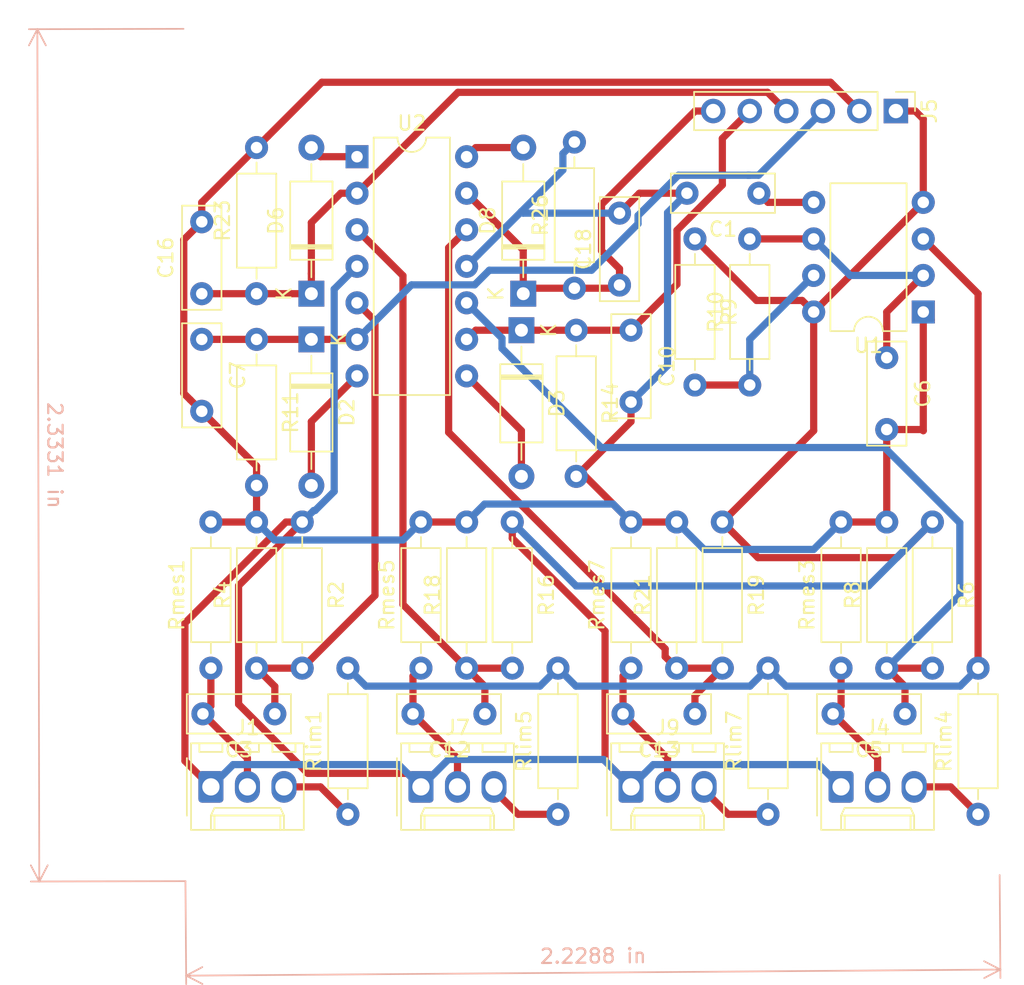
<source format=kicad_pcb>
(kicad_pcb (version 20171130) (host pcbnew 5.1.4)

  (general
    (thickness 1.6)
    (drawings 2)
    (tracks 233)
    (zones 0)
    (modules 43)
    (nets 27)
  )

  (page A4)
  (layers
    (0 F.Cu signal)
    (31 B.Cu signal)
    (32 B.Adhes user)
    (33 F.Adhes user)
    (34 B.Paste user)
    (35 F.Paste user)
    (36 B.SilkS user)
    (37 F.SilkS user)
    (38 B.Mask user)
    (39 F.Mask user)
    (40 Dwgs.User user)
    (41 Cmts.User user)
    (42 Eco1.User user)
    (43 Eco2.User user)
    (44 Edge.Cuts user)
    (45 Margin user)
    (46 B.CrtYd user)
    (47 F.CrtYd user)
    (48 B.Fab user)
    (49 F.Fab user)
  )

  (setup
    (last_trace_width 0.5)
    (user_trace_width 0.5)
    (trace_clearance 0.2)
    (zone_clearance 0.508)
    (zone_45_only no)
    (trace_min 0.5)
    (via_size 0.8)
    (via_drill 0.4)
    (via_min_size 0.8)
    (via_min_drill 0.3)
    (uvia_size 0.3)
    (uvia_drill 0.1)
    (uvias_allowed no)
    (uvia_min_size 0.2)
    (uvia_min_drill 0.1)
    (edge_width 0.05)
    (segment_width 0.2)
    (pcb_text_width 0.3)
    (pcb_text_size 1.5 1.5)
    (mod_edge_width 0.12)
    (mod_text_size 1 1)
    (mod_text_width 0.15)
    (pad_size 1.524 1.524)
    (pad_drill 0.762)
    (pad_to_mask_clearance 0.051)
    (solder_mask_min_width 0.25)
    (aux_axis_origin 0 0)
    (visible_elements FFFFFF7F)
    (pcbplotparams
      (layerselection 0x010fc_ffffffff)
      (usegerberextensions false)
      (usegerberattributes false)
      (usegerberadvancedattributes false)
      (creategerberjobfile false)
      (excludeedgelayer true)
      (linewidth 0.100000)
      (plotframeref false)
      (viasonmask false)
      (mode 1)
      (useauxorigin false)
      (hpglpennumber 1)
      (hpglpenspeed 20)
      (hpglpendiameter 15.000000)
      (psnegative false)
      (psa4output false)
      (plotreference true)
      (plotvalue true)
      (plotinvisibletext false)
      (padsonsilk false)
      (subtractmaskfromsilk false)
      (outputformat 1)
      (mirror false)
      (drillshape 1)
      (scaleselection 1)
      (outputdirectory ""))
  )

  (net 0 "")
  (net 1 GND)
  (net 2 "Net-(C1-Pad1)")
  (net 3 "Net-(C3-Pad2)")
  (net 4 "Net-(C3-Pad1)")
  (net 5 "Net-(C5-Pad2)")
  (net 6 "Net-(C5-Pad1)")
  (net 7 "Net-(C6-Pad1)")
  (net 8 C1)
  (net 9 C3)
  (net 10 "Net-(C12-Pad2)")
  (net 11 "Net-(C12-Pad1)")
  (net 12 "Net-(C13-Pad2)")
  (net 13 "Net-(C13-Pad1)")
  (net 14 C2)
  (net 15 C4)
  (net 16 "Net-(D2-Pad2)")
  (net 17 "Net-(D3-Pad2)")
  (net 18 "Net-(D6-Pad2)")
  (net 19 "Net-(D8-Pad2)")
  (net 20 "Net-(J1-Pad3)")
  (net 21 +5V)
  (net 22 "Net-(J4-Pad3)")
  (net 23 "Net-(J7-Pad3)")
  (net 24 "Net-(J9-Pad3)")
  (net 25 "Net-(R10-Pad1)")
  (net 26 Signal_e)

  (net_class Default "Ceci est la Netclass par défaut."
    (clearance 0.2)
    (trace_width 0.5)
    (via_dia 0.8)
    (via_drill 0.4)
    (uvia_dia 0.3)
    (uvia_drill 0.1)
    (diff_pair_width 1)
    (diff_pair_gap 0.25)
    (add_net +5V)
    (add_net C1)
    (add_net C2)
    (add_net C3)
    (add_net C4)
    (add_net GND)
    (add_net "Net-(C1-Pad1)")
    (add_net "Net-(C12-Pad1)")
    (add_net "Net-(C12-Pad2)")
    (add_net "Net-(C13-Pad1)")
    (add_net "Net-(C13-Pad2)")
    (add_net "Net-(C3-Pad1)")
    (add_net "Net-(C3-Pad2)")
    (add_net "Net-(C5-Pad1)")
    (add_net "Net-(C5-Pad2)")
    (add_net "Net-(C6-Pad1)")
    (add_net "Net-(D2-Pad2)")
    (add_net "Net-(D3-Pad2)")
    (add_net "Net-(D6-Pad2)")
    (add_net "Net-(D8-Pad2)")
    (add_net "Net-(J1-Pad3)")
    (add_net "Net-(J4-Pad3)")
    (add_net "Net-(J7-Pad3)")
    (add_net "Net-(J9-Pad3)")
    (add_net "Net-(R10-Pad1)")
    (add_net Signal_e)
  )

  (module Package_DIP:DIP-14_W7.62mm (layer F.Cu) (tedit 5A02E8C5) (tstamp 5D78E9B9)
    (at 60.96 131.445)
    (descr "14-lead though-hole mounted DIP package, row spacing 7.62 mm (300 mils)")
    (tags "THT DIP DIL PDIP 2.54mm 7.62mm 300mil")
    (path /5D7A531B)
    (fp_text reference U2 (at 3.81 -2.33) (layer F.SilkS)
      (effects (font (size 1 1) (thickness 0.15)))
    )
    (fp_text value LM324 (at 3.81 17.57) (layer F.Fab)
      (effects (font (size 1 1) (thickness 0.15)))
    )
    (fp_text user %R (at 3.81 7.62) (layer F.Fab)
      (effects (font (size 1 1) (thickness 0.15)))
    )
    (fp_line (start 8.7 -1.55) (end -1.1 -1.55) (layer F.CrtYd) (width 0.05))
    (fp_line (start 8.7 16.8) (end 8.7 -1.55) (layer F.CrtYd) (width 0.05))
    (fp_line (start -1.1 16.8) (end 8.7 16.8) (layer F.CrtYd) (width 0.05))
    (fp_line (start -1.1 -1.55) (end -1.1 16.8) (layer F.CrtYd) (width 0.05))
    (fp_line (start 6.46 -1.33) (end 4.81 -1.33) (layer F.SilkS) (width 0.12))
    (fp_line (start 6.46 16.57) (end 6.46 -1.33) (layer F.SilkS) (width 0.12))
    (fp_line (start 1.16 16.57) (end 6.46 16.57) (layer F.SilkS) (width 0.12))
    (fp_line (start 1.16 -1.33) (end 1.16 16.57) (layer F.SilkS) (width 0.12))
    (fp_line (start 2.81 -1.33) (end 1.16 -1.33) (layer F.SilkS) (width 0.12))
    (fp_line (start 0.635 -0.27) (end 1.635 -1.27) (layer F.Fab) (width 0.1))
    (fp_line (start 0.635 16.51) (end 0.635 -0.27) (layer F.Fab) (width 0.1))
    (fp_line (start 6.985 16.51) (end 0.635 16.51) (layer F.Fab) (width 0.1))
    (fp_line (start 6.985 -1.27) (end 6.985 16.51) (layer F.Fab) (width 0.1))
    (fp_line (start 1.635 -1.27) (end 6.985 -1.27) (layer F.Fab) (width 0.1))
    (fp_arc (start 3.81 -1.33) (end 2.81 -1.33) (angle -180) (layer F.SilkS) (width 0.12))
    (pad 14 thru_hole oval (at 7.62 0) (size 1.6 1.6) (drill 0.8) (layers *.Cu *.Mask)
      (net 19 "Net-(D8-Pad2)"))
    (pad 7 thru_hole oval (at 0 15.24) (size 1.6 1.6) (drill 0.8) (layers *.Cu *.Mask)
      (net 16 "Net-(D2-Pad2)"))
    (pad 13 thru_hole oval (at 7.62 2.54) (size 1.6 1.6) (drill 0.8) (layers *.Cu *.Mask)
      (net 15 C4))
    (pad 6 thru_hole oval (at 0 12.7) (size 1.6 1.6) (drill 0.8) (layers *.Cu *.Mask)
      (net 8 C1))
    (pad 12 thru_hole oval (at 7.62 5.08) (size 1.6 1.6) (drill 0.8) (layers *.Cu *.Mask)
      (net 13 "Net-(C13-Pad1)"))
    (pad 5 thru_hole oval (at 0 10.16) (size 1.6 1.6) (drill 0.8) (layers *.Cu *.Mask)
      (net 4 "Net-(C3-Pad1)"))
    (pad 11 thru_hole oval (at 7.62 7.62) (size 1.6 1.6) (drill 0.8) (layers *.Cu *.Mask)
      (net 1 GND))
    (pad 4 thru_hole oval (at 0 7.62) (size 1.6 1.6) (drill 0.8) (layers *.Cu *.Mask)
      (net 21 +5V))
    (pad 10 thru_hole oval (at 7.62 10.16) (size 1.6 1.6) (drill 0.8) (layers *.Cu *.Mask)
      (net 6 "Net-(C5-Pad1)"))
    (pad 3 thru_hole oval (at 0 5.08) (size 1.6 1.6) (drill 0.8) (layers *.Cu *.Mask)
      (net 11 "Net-(C12-Pad1)"))
    (pad 9 thru_hole oval (at 7.62 12.7) (size 1.6 1.6) (drill 0.8) (layers *.Cu *.Mask)
      (net 9 C3))
    (pad 2 thru_hole oval (at 0 2.54) (size 1.6 1.6) (drill 0.8) (layers *.Cu *.Mask)
      (net 14 C2))
    (pad 8 thru_hole oval (at 7.62 15.24) (size 1.6 1.6) (drill 0.8) (layers *.Cu *.Mask)
      (net 17 "Net-(D3-Pad2)"))
    (pad 1 thru_hole rect (at 0 0) (size 1.6 1.6) (drill 0.8) (layers *.Cu *.Mask)
      (net 18 "Net-(D6-Pad2)"))
    (model ${KISYS3DMOD}/Package_DIP.3dshapes/DIP-14_W7.62mm.wrl
      (at (xyz 0 0 0))
      (scale (xyz 1 1 1))
      (rotate (xyz 0 0 0))
    )
  )

  (module Resistor_THT:R_Axial_DIN0207_L6.3mm_D2.5mm_P10.16mm_Horizontal (layer F.Cu) (tedit 5AE5139B) (tstamp 5D78E936)
    (at 50.8 167.005 90)
    (descr "Resistor, Axial_DIN0207 series, Axial, Horizontal, pin pitch=10.16mm, 0.25W = 1/4W, length*diameter=6.3*2.5mm^2, http://cdn-reichelt.de/documents/datenblatt/B400/1_4W%23YAG.pdf")
    (tags "Resistor Axial_DIN0207 series Axial Horizontal pin pitch 10.16mm 0.25W = 1/4W length 6.3mm diameter 2.5mm")
    (path /5944A0E5)
    (fp_text reference Rmes1 (at 5.08 -2.37 90) (layer F.SilkS)
      (effects (font (size 1 1) (thickness 0.15)))
    )
    (fp_text value 10kR (at 5.08 2.37 90) (layer F.Fab)
      (effects (font (size 1 1) (thickness 0.15)))
    )
    (fp_text user %R (at 5.08 0 90) (layer F.Fab)
      (effects (font (size 1 1) (thickness 0.15)))
    )
    (fp_line (start 11.21 -1.5) (end -1.05 -1.5) (layer F.CrtYd) (width 0.05))
    (fp_line (start 11.21 1.5) (end 11.21 -1.5) (layer F.CrtYd) (width 0.05))
    (fp_line (start -1.05 1.5) (end 11.21 1.5) (layer F.CrtYd) (width 0.05))
    (fp_line (start -1.05 -1.5) (end -1.05 1.5) (layer F.CrtYd) (width 0.05))
    (fp_line (start 9.12 0) (end 8.35 0) (layer F.SilkS) (width 0.12))
    (fp_line (start 1.04 0) (end 1.81 0) (layer F.SilkS) (width 0.12))
    (fp_line (start 8.35 -1.37) (end 1.81 -1.37) (layer F.SilkS) (width 0.12))
    (fp_line (start 8.35 1.37) (end 8.35 -1.37) (layer F.SilkS) (width 0.12))
    (fp_line (start 1.81 1.37) (end 8.35 1.37) (layer F.SilkS) (width 0.12))
    (fp_line (start 1.81 -1.37) (end 1.81 1.37) (layer F.SilkS) (width 0.12))
    (fp_line (start 10.16 0) (end 8.23 0) (layer F.Fab) (width 0.1))
    (fp_line (start 0 0) (end 1.93 0) (layer F.Fab) (width 0.1))
    (fp_line (start 8.23 -1.25) (end 1.93 -1.25) (layer F.Fab) (width 0.1))
    (fp_line (start 8.23 1.25) (end 8.23 -1.25) (layer F.Fab) (width 0.1))
    (fp_line (start 1.93 1.25) (end 8.23 1.25) (layer F.Fab) (width 0.1))
    (fp_line (start 1.93 -1.25) (end 1.93 1.25) (layer F.Fab) (width 0.1))
    (pad 2 thru_hole oval (at 10.16 0 90) (size 1.6 1.6) (drill 0.8) (layers *.Cu *.Mask)
      (net 1 GND))
    (pad 1 thru_hole circle (at 0 0 90) (size 1.6 1.6) (drill 0.8) (layers *.Cu *.Mask)
      (net 3 "Net-(C3-Pad2)"))
    (model ${KISYS3DMOD}/Resistor_THT.3dshapes/R_Axial_DIN0207_L6.3mm_D2.5mm_P10.16mm_Horizontal.wrl
      (at (xyz 0 0 0))
      (scale (xyz 1 1 1))
      (rotate (xyz 0 0 0))
    )
  )

  (module Connector_Molex:Molex_KK-254_AE-6410-03A_1x03_P2.54mm_Vertical (layer F.Cu) (tedit 5B78013E) (tstamp 5D78E717)
    (at 94.615 175.26)
    (descr "Molex KK-254 Interconnect System, old/engineering part number: AE-6410-03A example for new part number: 22-27-2031, 3 Pins (http://www.molex.com/pdm_docs/sd/022272021_sd.pdf), generated with kicad-footprint-generator")
    (tags "connector Molex KK-254 side entry")
    (path /5D7A5344)
    (fp_text reference J4 (at 2.54 -4.12) (layer F.SilkS)
      (effects (font (size 1 1) (thickness 0.15)))
    )
    (fp_text value CONN_C3 (at 2.54 4.08) (layer F.Fab)
      (effects (font (size 1 1) (thickness 0.15)))
    )
    (fp_text user %R (at 2.54 -2.22) (layer F.Fab)
      (effects (font (size 1 1) (thickness 0.15)))
    )
    (fp_line (start 6.85 -3.42) (end -1.77 -3.42) (layer F.CrtYd) (width 0.05))
    (fp_line (start 6.85 3.38) (end 6.85 -3.42) (layer F.CrtYd) (width 0.05))
    (fp_line (start -1.77 3.38) (end 6.85 3.38) (layer F.CrtYd) (width 0.05))
    (fp_line (start -1.77 -3.42) (end -1.77 3.38) (layer F.CrtYd) (width 0.05))
    (fp_line (start 5.88 -2.43) (end 5.88 -3.03) (layer F.SilkS) (width 0.12))
    (fp_line (start 4.28 -2.43) (end 5.88 -2.43) (layer F.SilkS) (width 0.12))
    (fp_line (start 4.28 -3.03) (end 4.28 -2.43) (layer F.SilkS) (width 0.12))
    (fp_line (start 3.34 -2.43) (end 3.34 -3.03) (layer F.SilkS) (width 0.12))
    (fp_line (start 1.74 -2.43) (end 3.34 -2.43) (layer F.SilkS) (width 0.12))
    (fp_line (start 1.74 -3.03) (end 1.74 -2.43) (layer F.SilkS) (width 0.12))
    (fp_line (start 0.8 -2.43) (end 0.8 -3.03) (layer F.SilkS) (width 0.12))
    (fp_line (start -0.8 -2.43) (end 0.8 -2.43) (layer F.SilkS) (width 0.12))
    (fp_line (start -0.8 -3.03) (end -0.8 -2.43) (layer F.SilkS) (width 0.12))
    (fp_line (start 4.83 2.99) (end 4.83 1.99) (layer F.SilkS) (width 0.12))
    (fp_line (start 0.25 2.99) (end 0.25 1.99) (layer F.SilkS) (width 0.12))
    (fp_line (start 4.83 1.46) (end 5.08 1.99) (layer F.SilkS) (width 0.12))
    (fp_line (start 0.25 1.46) (end 4.83 1.46) (layer F.SilkS) (width 0.12))
    (fp_line (start 0 1.99) (end 0.25 1.46) (layer F.SilkS) (width 0.12))
    (fp_line (start 5.08 1.99) (end 5.08 2.99) (layer F.SilkS) (width 0.12))
    (fp_line (start 0 1.99) (end 5.08 1.99) (layer F.SilkS) (width 0.12))
    (fp_line (start 0 2.99) (end 0 1.99) (layer F.SilkS) (width 0.12))
    (fp_line (start -0.562893 0) (end -1.27 0.5) (layer F.Fab) (width 0.1))
    (fp_line (start -1.27 -0.5) (end -0.562893 0) (layer F.Fab) (width 0.1))
    (fp_line (start -1.67 -2) (end -1.67 2) (layer F.SilkS) (width 0.12))
    (fp_line (start 6.46 -3.03) (end -1.38 -3.03) (layer F.SilkS) (width 0.12))
    (fp_line (start 6.46 2.99) (end 6.46 -3.03) (layer F.SilkS) (width 0.12))
    (fp_line (start -1.38 2.99) (end 6.46 2.99) (layer F.SilkS) (width 0.12))
    (fp_line (start -1.38 -3.03) (end -1.38 2.99) (layer F.SilkS) (width 0.12))
    (fp_line (start 6.35 -2.92) (end -1.27 -2.92) (layer F.Fab) (width 0.1))
    (fp_line (start 6.35 2.88) (end 6.35 -2.92) (layer F.Fab) (width 0.1))
    (fp_line (start -1.27 2.88) (end 6.35 2.88) (layer F.Fab) (width 0.1))
    (fp_line (start -1.27 -2.92) (end -1.27 2.88) (layer F.Fab) (width 0.1))
    (pad 3 thru_hole oval (at 5.08 0) (size 1.74 2.2) (drill 1.2) (layers *.Cu *.Mask)
      (net 22 "Net-(J4-Pad3)"))
    (pad 2 thru_hole oval (at 2.54 0) (size 1.74 2.2) (drill 1.2) (layers *.Cu *.Mask)
      (net 5 "Net-(C5-Pad2)"))
    (pad 1 thru_hole roundrect (at 0 0) (size 1.74 2.2) (drill 1.2) (layers *.Cu *.Mask) (roundrect_rratio 0.143678)
      (net 21 +5V))
    (model ${KISYS3DMOD}/Connector_Molex.3dshapes/Molex_KK-254_AE-6410-03A_1x03_P2.54mm_Vertical.wrl
      (at (xyz 0 0 0))
      (scale (xyz 1 1 1))
      (rotate (xyz 0 0 0))
    )
  )

  (module Connector_Molex:Molex_KK-254_AE-6410-03A_1x03_P2.54mm_Vertical (layer F.Cu) (tedit 5B78013E) (tstamp 5D78E781)
    (at 80.01 175.26)
    (descr "Molex KK-254 Interconnect System, old/engineering part number: AE-6410-03A example for new part number: 22-27-2031, 3 Pins (http://www.molex.com/pdm_docs/sd/022272021_sd.pdf), generated with kicad-footprint-generator")
    (tags "connector Molex KK-254 side entry")
    (path /5D7A5355)
    (fp_text reference J9 (at 2.54 -4.12) (layer F.SilkS)
      (effects (font (size 1 1) (thickness 0.15)))
    )
    (fp_text value CONN_C4 (at 2.54 4.08) (layer F.Fab)
      (effects (font (size 1 1) (thickness 0.15)))
    )
    (fp_text user %R (at 2.54 -2.22) (layer F.Fab)
      (effects (font (size 1 1) (thickness 0.15)))
    )
    (fp_line (start 6.85 -3.42) (end -1.77 -3.42) (layer F.CrtYd) (width 0.05))
    (fp_line (start 6.85 3.38) (end 6.85 -3.42) (layer F.CrtYd) (width 0.05))
    (fp_line (start -1.77 3.38) (end 6.85 3.38) (layer F.CrtYd) (width 0.05))
    (fp_line (start -1.77 -3.42) (end -1.77 3.38) (layer F.CrtYd) (width 0.05))
    (fp_line (start 5.88 -2.43) (end 5.88 -3.03) (layer F.SilkS) (width 0.12))
    (fp_line (start 4.28 -2.43) (end 5.88 -2.43) (layer F.SilkS) (width 0.12))
    (fp_line (start 4.28 -3.03) (end 4.28 -2.43) (layer F.SilkS) (width 0.12))
    (fp_line (start 3.34 -2.43) (end 3.34 -3.03) (layer F.SilkS) (width 0.12))
    (fp_line (start 1.74 -2.43) (end 3.34 -2.43) (layer F.SilkS) (width 0.12))
    (fp_line (start 1.74 -3.03) (end 1.74 -2.43) (layer F.SilkS) (width 0.12))
    (fp_line (start 0.8 -2.43) (end 0.8 -3.03) (layer F.SilkS) (width 0.12))
    (fp_line (start -0.8 -2.43) (end 0.8 -2.43) (layer F.SilkS) (width 0.12))
    (fp_line (start -0.8 -3.03) (end -0.8 -2.43) (layer F.SilkS) (width 0.12))
    (fp_line (start 4.83 2.99) (end 4.83 1.99) (layer F.SilkS) (width 0.12))
    (fp_line (start 0.25 2.99) (end 0.25 1.99) (layer F.SilkS) (width 0.12))
    (fp_line (start 4.83 1.46) (end 5.08 1.99) (layer F.SilkS) (width 0.12))
    (fp_line (start 0.25 1.46) (end 4.83 1.46) (layer F.SilkS) (width 0.12))
    (fp_line (start 0 1.99) (end 0.25 1.46) (layer F.SilkS) (width 0.12))
    (fp_line (start 5.08 1.99) (end 5.08 2.99) (layer F.SilkS) (width 0.12))
    (fp_line (start 0 1.99) (end 5.08 1.99) (layer F.SilkS) (width 0.12))
    (fp_line (start 0 2.99) (end 0 1.99) (layer F.SilkS) (width 0.12))
    (fp_line (start -0.562893 0) (end -1.27 0.5) (layer F.Fab) (width 0.1))
    (fp_line (start -1.27 -0.5) (end -0.562893 0) (layer F.Fab) (width 0.1))
    (fp_line (start -1.67 -2) (end -1.67 2) (layer F.SilkS) (width 0.12))
    (fp_line (start 6.46 -3.03) (end -1.38 -3.03) (layer F.SilkS) (width 0.12))
    (fp_line (start 6.46 2.99) (end 6.46 -3.03) (layer F.SilkS) (width 0.12))
    (fp_line (start -1.38 2.99) (end 6.46 2.99) (layer F.SilkS) (width 0.12))
    (fp_line (start -1.38 -3.03) (end -1.38 2.99) (layer F.SilkS) (width 0.12))
    (fp_line (start 6.35 -2.92) (end -1.27 -2.92) (layer F.Fab) (width 0.1))
    (fp_line (start 6.35 2.88) (end 6.35 -2.92) (layer F.Fab) (width 0.1))
    (fp_line (start -1.27 2.88) (end 6.35 2.88) (layer F.Fab) (width 0.1))
    (fp_line (start -1.27 -2.92) (end -1.27 2.88) (layer F.Fab) (width 0.1))
    (pad 3 thru_hole oval (at 5.08 0) (size 1.74 2.2) (drill 1.2) (layers *.Cu *.Mask)
      (net 24 "Net-(J9-Pad3)"))
    (pad 2 thru_hole oval (at 2.54 0) (size 1.74 2.2) (drill 1.2) (layers *.Cu *.Mask)
      (net 12 "Net-(C13-Pad2)"))
    (pad 1 thru_hole roundrect (at 0 0) (size 1.74 2.2) (drill 1.2) (layers *.Cu *.Mask) (roundrect_rratio 0.143678)
      (net 21 +5V))
    (model ${KISYS3DMOD}/Connector_Molex.3dshapes/Molex_KK-254_AE-6410-03A_1x03_P2.54mm_Vertical.wrl
      (at (xyz 0 0 0))
      (scale (xyz 1 1 1))
      (rotate (xyz 0 0 0))
    )
  )

  (module Connector_Molex:Molex_KK-254_AE-6410-03A_1x03_P2.54mm_Vertical (layer F.Cu) (tedit 5B78013E) (tstamp 5D78E759)
    (at 65.405 175.26)
    (descr "Molex KK-254 Interconnect System, old/engineering part number: AE-6410-03A example for new part number: 22-27-2031, 3 Pins (http://www.molex.com/pdm_docs/sd/022272021_sd.pdf), generated with kicad-footprint-generator")
    (tags "connector Molex KK-254 side entry")
    (path /5D7A5333)
    (fp_text reference J7 (at 2.54 -4.12) (layer F.SilkS)
      (effects (font (size 1 1) (thickness 0.15)))
    )
    (fp_text value CONN_C2 (at 2.54 4.08) (layer F.Fab)
      (effects (font (size 1 1) (thickness 0.15)))
    )
    (fp_text user %R (at 2.54 -2.22) (layer F.Fab)
      (effects (font (size 1 1) (thickness 0.15)))
    )
    (fp_line (start 6.85 -3.42) (end -1.77 -3.42) (layer F.CrtYd) (width 0.05))
    (fp_line (start 6.85 3.38) (end 6.85 -3.42) (layer F.CrtYd) (width 0.05))
    (fp_line (start -1.77 3.38) (end 6.85 3.38) (layer F.CrtYd) (width 0.05))
    (fp_line (start -1.77 -3.42) (end -1.77 3.38) (layer F.CrtYd) (width 0.05))
    (fp_line (start 5.88 -2.43) (end 5.88 -3.03) (layer F.SilkS) (width 0.12))
    (fp_line (start 4.28 -2.43) (end 5.88 -2.43) (layer F.SilkS) (width 0.12))
    (fp_line (start 4.28 -3.03) (end 4.28 -2.43) (layer F.SilkS) (width 0.12))
    (fp_line (start 3.34 -2.43) (end 3.34 -3.03) (layer F.SilkS) (width 0.12))
    (fp_line (start 1.74 -2.43) (end 3.34 -2.43) (layer F.SilkS) (width 0.12))
    (fp_line (start 1.74 -3.03) (end 1.74 -2.43) (layer F.SilkS) (width 0.12))
    (fp_line (start 0.8 -2.43) (end 0.8 -3.03) (layer F.SilkS) (width 0.12))
    (fp_line (start -0.8 -2.43) (end 0.8 -2.43) (layer F.SilkS) (width 0.12))
    (fp_line (start -0.8 -3.03) (end -0.8 -2.43) (layer F.SilkS) (width 0.12))
    (fp_line (start 4.83 2.99) (end 4.83 1.99) (layer F.SilkS) (width 0.12))
    (fp_line (start 0.25 2.99) (end 0.25 1.99) (layer F.SilkS) (width 0.12))
    (fp_line (start 4.83 1.46) (end 5.08 1.99) (layer F.SilkS) (width 0.12))
    (fp_line (start 0.25 1.46) (end 4.83 1.46) (layer F.SilkS) (width 0.12))
    (fp_line (start 0 1.99) (end 0.25 1.46) (layer F.SilkS) (width 0.12))
    (fp_line (start 5.08 1.99) (end 5.08 2.99) (layer F.SilkS) (width 0.12))
    (fp_line (start 0 1.99) (end 5.08 1.99) (layer F.SilkS) (width 0.12))
    (fp_line (start 0 2.99) (end 0 1.99) (layer F.SilkS) (width 0.12))
    (fp_line (start -0.562893 0) (end -1.27 0.5) (layer F.Fab) (width 0.1))
    (fp_line (start -1.27 -0.5) (end -0.562893 0) (layer F.Fab) (width 0.1))
    (fp_line (start -1.67 -2) (end -1.67 2) (layer F.SilkS) (width 0.12))
    (fp_line (start 6.46 -3.03) (end -1.38 -3.03) (layer F.SilkS) (width 0.12))
    (fp_line (start 6.46 2.99) (end 6.46 -3.03) (layer F.SilkS) (width 0.12))
    (fp_line (start -1.38 2.99) (end 6.46 2.99) (layer F.SilkS) (width 0.12))
    (fp_line (start -1.38 -3.03) (end -1.38 2.99) (layer F.SilkS) (width 0.12))
    (fp_line (start 6.35 -2.92) (end -1.27 -2.92) (layer F.Fab) (width 0.1))
    (fp_line (start 6.35 2.88) (end 6.35 -2.92) (layer F.Fab) (width 0.1))
    (fp_line (start -1.27 2.88) (end 6.35 2.88) (layer F.Fab) (width 0.1))
    (fp_line (start -1.27 -2.92) (end -1.27 2.88) (layer F.Fab) (width 0.1))
    (pad 3 thru_hole oval (at 5.08 0) (size 1.74 2.2) (drill 1.2) (layers *.Cu *.Mask)
      (net 23 "Net-(J7-Pad3)"))
    (pad 2 thru_hole oval (at 2.54 0) (size 1.74 2.2) (drill 1.2) (layers *.Cu *.Mask)
      (net 10 "Net-(C12-Pad2)"))
    (pad 1 thru_hole roundrect (at 0 0) (size 1.74 2.2) (drill 1.2) (layers *.Cu *.Mask) (roundrect_rratio 0.143678)
      (net 21 +5V))
    (model ${KISYS3DMOD}/Connector_Molex.3dshapes/Molex_KK-254_AE-6410-03A_1x03_P2.54mm_Vertical.wrl
      (at (xyz 0 0 0))
      (scale (xyz 1 1 1))
      (rotate (xyz 0 0 0))
    )
  )

  (module Package_DIP:DIP-8_W7.62mm (layer F.Cu) (tedit 5A02E8C5) (tstamp 5D78E997)
    (at 100.33 142.24 180)
    (descr "8-lead though-hole mounted DIP package, row spacing 7.62 mm (300 mils)")
    (tags "THT DIP DIL PDIP 2.54mm 7.62mm 300mil")
    (path /5942F5E4)
    (fp_text reference U1 (at 3.81 -2.33) (layer F.SilkS)
      (effects (font (size 1 1) (thickness 0.15)))
    )
    (fp_text value NE555 (at 3.81 9.95) (layer F.Fab)
      (effects (font (size 1 1) (thickness 0.15)))
    )
    (fp_text user %R (at 3.81 4.534999) (layer F.Fab)
      (effects (font (size 1 1) (thickness 0.15)))
    )
    (fp_line (start 8.7 -1.55) (end -1.1 -1.55) (layer F.CrtYd) (width 0.05))
    (fp_line (start 8.7 9.15) (end 8.7 -1.55) (layer F.CrtYd) (width 0.05))
    (fp_line (start -1.1 9.15) (end 8.7 9.15) (layer F.CrtYd) (width 0.05))
    (fp_line (start -1.1 -1.55) (end -1.1 9.15) (layer F.CrtYd) (width 0.05))
    (fp_line (start 6.46 -1.33) (end 4.81 -1.33) (layer F.SilkS) (width 0.12))
    (fp_line (start 6.46 8.95) (end 6.46 -1.33) (layer F.SilkS) (width 0.12))
    (fp_line (start 1.16 8.95) (end 6.46 8.95) (layer F.SilkS) (width 0.12))
    (fp_line (start 1.16 -1.33) (end 1.16 8.95) (layer F.SilkS) (width 0.12))
    (fp_line (start 2.81 -1.33) (end 1.16 -1.33) (layer F.SilkS) (width 0.12))
    (fp_line (start 0.635 -0.27) (end 1.635 -1.27) (layer F.Fab) (width 0.1))
    (fp_line (start 0.635 8.89) (end 0.635 -0.27) (layer F.Fab) (width 0.1))
    (fp_line (start 6.985 8.89) (end 0.635 8.89) (layer F.Fab) (width 0.1))
    (fp_line (start 6.985 -1.27) (end 6.985 8.89) (layer F.Fab) (width 0.1))
    (fp_line (start 1.635 -1.27) (end 6.985 -1.27) (layer F.Fab) (width 0.1))
    (fp_arc (start 3.81 -1.33) (end 2.81 -1.33) (angle -180) (layer F.SilkS) (width 0.12))
    (pad 8 thru_hole oval (at 7.62 0 180) (size 1.6 1.6) (drill 0.8) (layers *.Cu *.Mask)
      (net 21 +5V))
    (pad 4 thru_hole oval (at 0 7.62 180) (size 1.6 1.6) (drill 0.8) (layers *.Cu *.Mask)
      (net 21 +5V))
    (pad 7 thru_hole oval (at 7.62 2.54 180) (size 1.6 1.6) (drill 0.8) (layers *.Cu *.Mask)
      (net 25 "Net-(R10-Pad1)"))
    (pad 3 thru_hole oval (at 0 5.08 180) (size 1.6 1.6) (drill 0.8) (layers *.Cu *.Mask)
      (net 26 Signal_e))
    (pad 6 thru_hole oval (at 7.62 5.08 180) (size 1.6 1.6) (drill 0.8) (layers *.Cu *.Mask)
      (net 7 "Net-(C6-Pad1)"))
    (pad 2 thru_hole oval (at 0 2.54 180) (size 1.6 1.6) (drill 0.8) (layers *.Cu *.Mask)
      (net 7 "Net-(C6-Pad1)"))
    (pad 5 thru_hole oval (at 7.62 7.62 180) (size 1.6 1.6) (drill 0.8) (layers *.Cu *.Mask)
      (net 2 "Net-(C1-Pad1)"))
    (pad 1 thru_hole rect (at 0 0 180) (size 1.6 1.6) (drill 0.8) (layers *.Cu *.Mask)
      (net 1 GND))
    (model ${KISYS3DMOD}/Package_DIP.3dshapes/DIP-8_W7.62mm.wrl
      (at (xyz 0 0 0))
      (scale (xyz 1 1 1))
      (rotate (xyz 0 0 0))
    )
  )

  (module Resistor_THT:R_Axial_DIN0207_L6.3mm_D2.5mm_P10.16mm_Horizontal (layer F.Cu) (tedit 5AE5139B) (tstamp 5D78E97B)
    (at 80.01 167.005 90)
    (descr "Resistor, Axial_DIN0207 series, Axial, Horizontal, pin pitch=10.16mm, 0.25W = 1/4W, length*diameter=6.3*2.5mm^2, http://cdn-reichelt.de/documents/datenblatt/B400/1_4W%23YAG.pdf")
    (tags "Resistor Axial_DIN0207 series Axial Horizontal pin pitch 10.16mm 0.25W = 1/4W length 6.3mm diameter 2.5mm")
    (path /5946C7E9)
    (fp_text reference Rmes7 (at 5.08 -2.37 90) (layer F.SilkS)
      (effects (font (size 1 1) (thickness 0.15)))
    )
    (fp_text value R (at 5.08 2.37 90) (layer F.Fab)
      (effects (font (size 1 1) (thickness 0.15)))
    )
    (fp_text user %R (at 5.08 0 90) (layer F.Fab)
      (effects (font (size 1 1) (thickness 0.15)))
    )
    (fp_line (start 11.21 -1.5) (end -1.05 -1.5) (layer F.CrtYd) (width 0.05))
    (fp_line (start 11.21 1.5) (end 11.21 -1.5) (layer F.CrtYd) (width 0.05))
    (fp_line (start -1.05 1.5) (end 11.21 1.5) (layer F.CrtYd) (width 0.05))
    (fp_line (start -1.05 -1.5) (end -1.05 1.5) (layer F.CrtYd) (width 0.05))
    (fp_line (start 9.12 0) (end 8.35 0) (layer F.SilkS) (width 0.12))
    (fp_line (start 1.04 0) (end 1.81 0) (layer F.SilkS) (width 0.12))
    (fp_line (start 8.35 -1.37) (end 1.81 -1.37) (layer F.SilkS) (width 0.12))
    (fp_line (start 8.35 1.37) (end 8.35 -1.37) (layer F.SilkS) (width 0.12))
    (fp_line (start 1.81 1.37) (end 8.35 1.37) (layer F.SilkS) (width 0.12))
    (fp_line (start 1.81 -1.37) (end 1.81 1.37) (layer F.SilkS) (width 0.12))
    (fp_line (start 10.16 0) (end 8.23 0) (layer F.Fab) (width 0.1))
    (fp_line (start 0 0) (end 1.93 0) (layer F.Fab) (width 0.1))
    (fp_line (start 8.23 -1.25) (end 1.93 -1.25) (layer F.Fab) (width 0.1))
    (fp_line (start 8.23 1.25) (end 8.23 -1.25) (layer F.Fab) (width 0.1))
    (fp_line (start 1.93 1.25) (end 8.23 1.25) (layer F.Fab) (width 0.1))
    (fp_line (start 1.93 -1.25) (end 1.93 1.25) (layer F.Fab) (width 0.1))
    (pad 2 thru_hole oval (at 10.16 0 90) (size 1.6 1.6) (drill 0.8) (layers *.Cu *.Mask)
      (net 1 GND))
    (pad 1 thru_hole circle (at 0 0 90) (size 1.6 1.6) (drill 0.8) (layers *.Cu *.Mask)
      (net 12 "Net-(C13-Pad2)"))
    (model ${KISYS3DMOD}/Resistor_THT.3dshapes/R_Axial_DIN0207_L6.3mm_D2.5mm_P10.16mm_Horizontal.wrl
      (at (xyz 0 0 0))
      (scale (xyz 1 1 1))
      (rotate (xyz 0 0 0))
    )
  )

  (module Resistor_THT:R_Axial_DIN0207_L6.3mm_D2.5mm_P10.16mm_Horizontal (layer F.Cu) (tedit 5AE5139B) (tstamp 5D78E964)
    (at 65.405 167.005 90)
    (descr "Resistor, Axial_DIN0207 series, Axial, Horizontal, pin pitch=10.16mm, 0.25W = 1/4W, length*diameter=6.3*2.5mm^2, http://cdn-reichelt.de/documents/datenblatt/B400/1_4W%23YAG.pdf")
    (tags "Resistor Axial_DIN0207 series Axial Horizontal pin pitch 10.16mm 0.25W = 1/4W length 6.3mm diameter 2.5mm")
    (path /5946A581)
    (fp_text reference Rmes5 (at 5.08 -2.37 90) (layer F.SilkS)
      (effects (font (size 1 1) (thickness 0.15)))
    )
    (fp_text value R (at 5.08 2.37 90) (layer F.Fab)
      (effects (font (size 1 1) (thickness 0.15)))
    )
    (fp_text user %R (at 5.08 0 90) (layer F.Fab)
      (effects (font (size 1 1) (thickness 0.15)))
    )
    (fp_line (start 11.21 -1.5) (end -1.05 -1.5) (layer F.CrtYd) (width 0.05))
    (fp_line (start 11.21 1.5) (end 11.21 -1.5) (layer F.CrtYd) (width 0.05))
    (fp_line (start -1.05 1.5) (end 11.21 1.5) (layer F.CrtYd) (width 0.05))
    (fp_line (start -1.05 -1.5) (end -1.05 1.5) (layer F.CrtYd) (width 0.05))
    (fp_line (start 9.12 0) (end 8.35 0) (layer F.SilkS) (width 0.12))
    (fp_line (start 1.04 0) (end 1.81 0) (layer F.SilkS) (width 0.12))
    (fp_line (start 8.35 -1.37) (end 1.81 -1.37) (layer F.SilkS) (width 0.12))
    (fp_line (start 8.35 1.37) (end 8.35 -1.37) (layer F.SilkS) (width 0.12))
    (fp_line (start 1.81 1.37) (end 8.35 1.37) (layer F.SilkS) (width 0.12))
    (fp_line (start 1.81 -1.37) (end 1.81 1.37) (layer F.SilkS) (width 0.12))
    (fp_line (start 10.16 0) (end 8.23 0) (layer F.Fab) (width 0.1))
    (fp_line (start 0 0) (end 1.93 0) (layer F.Fab) (width 0.1))
    (fp_line (start 8.23 -1.25) (end 1.93 -1.25) (layer F.Fab) (width 0.1))
    (fp_line (start 8.23 1.25) (end 8.23 -1.25) (layer F.Fab) (width 0.1))
    (fp_line (start 1.93 1.25) (end 8.23 1.25) (layer F.Fab) (width 0.1))
    (fp_line (start 1.93 -1.25) (end 1.93 1.25) (layer F.Fab) (width 0.1))
    (pad 2 thru_hole oval (at 10.16 0 90) (size 1.6 1.6) (drill 0.8) (layers *.Cu *.Mask)
      (net 1 GND))
    (pad 1 thru_hole circle (at 0 0 90) (size 1.6 1.6) (drill 0.8) (layers *.Cu *.Mask)
      (net 10 "Net-(C12-Pad2)"))
    (model ${KISYS3DMOD}/Resistor_THT.3dshapes/R_Axial_DIN0207_L6.3mm_D2.5mm_P10.16mm_Horizontal.wrl
      (at (xyz 0 0 0))
      (scale (xyz 1 1 1))
      (rotate (xyz 0 0 0))
    )
  )

  (module Resistor_THT:R_Axial_DIN0207_L6.3mm_D2.5mm_P10.16mm_Horizontal (layer F.Cu) (tedit 5AE5139B) (tstamp 5D78E94D)
    (at 94.615 167.005 90)
    (descr "Resistor, Axial_DIN0207 series, Axial, Horizontal, pin pitch=10.16mm, 0.25W = 1/4W, length*diameter=6.3*2.5mm^2, http://cdn-reichelt.de/documents/datenblatt/B400/1_4W%23YAG.pdf")
    (tags "Resistor Axial_DIN0207 series Axial Horizontal pin pitch 10.16mm 0.25W = 1/4W length 6.3mm diameter 2.5mm")
    (path /5946BB79)
    (fp_text reference Rmes3 (at 5.08 -2.37 90) (layer F.SilkS)
      (effects (font (size 1 1) (thickness 0.15)))
    )
    (fp_text value R (at 5.08 2.37 90) (layer F.Fab)
      (effects (font (size 1 1) (thickness 0.15)))
    )
    (fp_text user %R (at 5.08 0 90) (layer F.Fab)
      (effects (font (size 1 1) (thickness 0.15)))
    )
    (fp_line (start 11.21 -1.5) (end -1.05 -1.5) (layer F.CrtYd) (width 0.05))
    (fp_line (start 11.21 1.5) (end 11.21 -1.5) (layer F.CrtYd) (width 0.05))
    (fp_line (start -1.05 1.5) (end 11.21 1.5) (layer F.CrtYd) (width 0.05))
    (fp_line (start -1.05 -1.5) (end -1.05 1.5) (layer F.CrtYd) (width 0.05))
    (fp_line (start 9.12 0) (end 8.35 0) (layer F.SilkS) (width 0.12))
    (fp_line (start 1.04 0) (end 1.81 0) (layer F.SilkS) (width 0.12))
    (fp_line (start 8.35 -1.37) (end 1.81 -1.37) (layer F.SilkS) (width 0.12))
    (fp_line (start 8.35 1.37) (end 8.35 -1.37) (layer F.SilkS) (width 0.12))
    (fp_line (start 1.81 1.37) (end 8.35 1.37) (layer F.SilkS) (width 0.12))
    (fp_line (start 1.81 -1.37) (end 1.81 1.37) (layer F.SilkS) (width 0.12))
    (fp_line (start 10.16 0) (end 8.23 0) (layer F.Fab) (width 0.1))
    (fp_line (start 0 0) (end 1.93 0) (layer F.Fab) (width 0.1))
    (fp_line (start 8.23 -1.25) (end 1.93 -1.25) (layer F.Fab) (width 0.1))
    (fp_line (start 8.23 1.25) (end 8.23 -1.25) (layer F.Fab) (width 0.1))
    (fp_line (start 1.93 1.25) (end 8.23 1.25) (layer F.Fab) (width 0.1))
    (fp_line (start 1.93 -1.25) (end 1.93 1.25) (layer F.Fab) (width 0.1))
    (pad 2 thru_hole oval (at 10.16 0 90) (size 1.6 1.6) (drill 0.8) (layers *.Cu *.Mask)
      (net 1 GND))
    (pad 1 thru_hole circle (at 0 0 90) (size 1.6 1.6) (drill 0.8) (layers *.Cu *.Mask)
      (net 5 "Net-(C5-Pad2)"))
    (model ${KISYS3DMOD}/Resistor_THT.3dshapes/R_Axial_DIN0207_L6.3mm_D2.5mm_P10.16mm_Horizontal.wrl
      (at (xyz 0 0 0))
      (scale (xyz 1 1 1))
      (rotate (xyz 0 0 0))
    )
  )

  (module Resistor_THT:R_Axial_DIN0207_L6.3mm_D2.5mm_P10.16mm_Horizontal (layer F.Cu) (tedit 5AE5139B) (tstamp 5D78E91F)
    (at 89.535 177.165 90)
    (descr "Resistor, Axial_DIN0207 series, Axial, Horizontal, pin pitch=10.16mm, 0.25W = 1/4W, length*diameter=6.3*2.5mm^2, http://cdn-reichelt.de/documents/datenblatt/B400/1_4W%23YAG.pdf")
    (tags "Resistor Axial_DIN0207 series Axial Horizontal pin pitch 10.16mm 0.25W = 1/4W length 6.3mm diameter 2.5mm")
    (path /5946C7E3)
    (fp_text reference Rlim7 (at 5.08 -2.37 90) (layer F.SilkS)
      (effects (font (size 1 1) (thickness 0.15)))
    )
    (fp_text value R (at 5.08 2.37 90) (layer F.Fab)
      (effects (font (size 1 1) (thickness 0.15)))
    )
    (fp_text user %R (at 5.08 0 90) (layer F.Fab)
      (effects (font (size 1 1) (thickness 0.15)))
    )
    (fp_line (start 11.21 -1.5) (end -1.05 -1.5) (layer F.CrtYd) (width 0.05))
    (fp_line (start 11.21 1.5) (end 11.21 -1.5) (layer F.CrtYd) (width 0.05))
    (fp_line (start -1.05 1.5) (end 11.21 1.5) (layer F.CrtYd) (width 0.05))
    (fp_line (start -1.05 -1.5) (end -1.05 1.5) (layer F.CrtYd) (width 0.05))
    (fp_line (start 9.12 0) (end 8.35 0) (layer F.SilkS) (width 0.12))
    (fp_line (start 1.04 0) (end 1.81 0) (layer F.SilkS) (width 0.12))
    (fp_line (start 8.35 -1.37) (end 1.81 -1.37) (layer F.SilkS) (width 0.12))
    (fp_line (start 8.35 1.37) (end 8.35 -1.37) (layer F.SilkS) (width 0.12))
    (fp_line (start 1.81 1.37) (end 8.35 1.37) (layer F.SilkS) (width 0.12))
    (fp_line (start 1.81 -1.37) (end 1.81 1.37) (layer F.SilkS) (width 0.12))
    (fp_line (start 10.16 0) (end 8.23 0) (layer F.Fab) (width 0.1))
    (fp_line (start 0 0) (end 1.93 0) (layer F.Fab) (width 0.1))
    (fp_line (start 8.23 -1.25) (end 1.93 -1.25) (layer F.Fab) (width 0.1))
    (fp_line (start 8.23 1.25) (end 8.23 -1.25) (layer F.Fab) (width 0.1))
    (fp_line (start 1.93 1.25) (end 8.23 1.25) (layer F.Fab) (width 0.1))
    (fp_line (start 1.93 -1.25) (end 1.93 1.25) (layer F.Fab) (width 0.1))
    (pad 2 thru_hole oval (at 10.16 0 90) (size 1.6 1.6) (drill 0.8) (layers *.Cu *.Mask)
      (net 26 Signal_e))
    (pad 1 thru_hole circle (at 0 0 90) (size 1.6 1.6) (drill 0.8) (layers *.Cu *.Mask)
      (net 24 "Net-(J9-Pad3)"))
    (model ${KISYS3DMOD}/Resistor_THT.3dshapes/R_Axial_DIN0207_L6.3mm_D2.5mm_P10.16mm_Horizontal.wrl
      (at (xyz 0 0 0))
      (scale (xyz 1 1 1))
      (rotate (xyz 0 0 0))
    )
  )

  (module Resistor_THT:R_Axial_DIN0207_L6.3mm_D2.5mm_P10.16mm_Horizontal (layer F.Cu) (tedit 5AE5139B) (tstamp 5D78E908)
    (at 74.93 177.165 90)
    (descr "Resistor, Axial_DIN0207 series, Axial, Horizontal, pin pitch=10.16mm, 0.25W = 1/4W, length*diameter=6.3*2.5mm^2, http://cdn-reichelt.de/documents/datenblatt/B400/1_4W%23YAG.pdf")
    (tags "Resistor Axial_DIN0207 series Axial Horizontal pin pitch 10.16mm 0.25W = 1/4W length 6.3mm diameter 2.5mm")
    (path /5946A57B)
    (fp_text reference Rlim5 (at 5.08 -2.37 90) (layer F.SilkS)
      (effects (font (size 1 1) (thickness 0.15)))
    )
    (fp_text value R (at 5.08 2.37 90) (layer F.Fab)
      (effects (font (size 1 1) (thickness 0.15)))
    )
    (fp_text user %R (at 5.08 0 90) (layer F.Fab)
      (effects (font (size 1 1) (thickness 0.15)))
    )
    (fp_line (start 11.21 -1.5) (end -1.05 -1.5) (layer F.CrtYd) (width 0.05))
    (fp_line (start 11.21 1.5) (end 11.21 -1.5) (layer F.CrtYd) (width 0.05))
    (fp_line (start -1.05 1.5) (end 11.21 1.5) (layer F.CrtYd) (width 0.05))
    (fp_line (start -1.05 -1.5) (end -1.05 1.5) (layer F.CrtYd) (width 0.05))
    (fp_line (start 9.12 0) (end 8.35 0) (layer F.SilkS) (width 0.12))
    (fp_line (start 1.04 0) (end 1.81 0) (layer F.SilkS) (width 0.12))
    (fp_line (start 8.35 -1.37) (end 1.81 -1.37) (layer F.SilkS) (width 0.12))
    (fp_line (start 8.35 1.37) (end 8.35 -1.37) (layer F.SilkS) (width 0.12))
    (fp_line (start 1.81 1.37) (end 8.35 1.37) (layer F.SilkS) (width 0.12))
    (fp_line (start 1.81 -1.37) (end 1.81 1.37) (layer F.SilkS) (width 0.12))
    (fp_line (start 10.16 0) (end 8.23 0) (layer F.Fab) (width 0.1))
    (fp_line (start 0 0) (end 1.93 0) (layer F.Fab) (width 0.1))
    (fp_line (start 8.23 -1.25) (end 1.93 -1.25) (layer F.Fab) (width 0.1))
    (fp_line (start 8.23 1.25) (end 8.23 -1.25) (layer F.Fab) (width 0.1))
    (fp_line (start 1.93 1.25) (end 8.23 1.25) (layer F.Fab) (width 0.1))
    (fp_line (start 1.93 -1.25) (end 1.93 1.25) (layer F.Fab) (width 0.1))
    (pad 2 thru_hole oval (at 10.16 0 90) (size 1.6 1.6) (drill 0.8) (layers *.Cu *.Mask)
      (net 26 Signal_e))
    (pad 1 thru_hole circle (at 0 0 90) (size 1.6 1.6) (drill 0.8) (layers *.Cu *.Mask)
      (net 23 "Net-(J7-Pad3)"))
    (model ${KISYS3DMOD}/Resistor_THT.3dshapes/R_Axial_DIN0207_L6.3mm_D2.5mm_P10.16mm_Horizontal.wrl
      (at (xyz 0 0 0))
      (scale (xyz 1 1 1))
      (rotate (xyz 0 0 0))
    )
  )

  (module Resistor_THT:R_Axial_DIN0207_L6.3mm_D2.5mm_P10.16mm_Horizontal (layer F.Cu) (tedit 5AE5139B) (tstamp 5D78E8F1)
    (at 104.14 177.165 90)
    (descr "Resistor, Axial_DIN0207 series, Axial, Horizontal, pin pitch=10.16mm, 0.25W = 1/4W, length*diameter=6.3*2.5mm^2, http://cdn-reichelt.de/documents/datenblatt/B400/1_4W%23YAG.pdf")
    (tags "Resistor Axial_DIN0207 series Axial Horizontal pin pitch 10.16mm 0.25W = 1/4W length 6.3mm diameter 2.5mm")
    (path /5D7A5346)
    (fp_text reference Rlim4 (at 5.08 -2.37 90) (layer F.SilkS)
      (effects (font (size 1 1) (thickness 0.15)))
    )
    (fp_text value R (at 5.08 2.37 90) (layer F.Fab)
      (effects (font (size 1 1) (thickness 0.15)))
    )
    (fp_text user %R (at 5.08 0 90) (layer F.Fab)
      (effects (font (size 1 1) (thickness 0.15)))
    )
    (fp_line (start 11.21 -1.5) (end -1.05 -1.5) (layer F.CrtYd) (width 0.05))
    (fp_line (start 11.21 1.5) (end 11.21 -1.5) (layer F.CrtYd) (width 0.05))
    (fp_line (start -1.05 1.5) (end 11.21 1.5) (layer F.CrtYd) (width 0.05))
    (fp_line (start -1.05 -1.5) (end -1.05 1.5) (layer F.CrtYd) (width 0.05))
    (fp_line (start 9.12 0) (end 8.35 0) (layer F.SilkS) (width 0.12))
    (fp_line (start 1.04 0) (end 1.81 0) (layer F.SilkS) (width 0.12))
    (fp_line (start 8.35 -1.37) (end 1.81 -1.37) (layer F.SilkS) (width 0.12))
    (fp_line (start 8.35 1.37) (end 8.35 -1.37) (layer F.SilkS) (width 0.12))
    (fp_line (start 1.81 1.37) (end 8.35 1.37) (layer F.SilkS) (width 0.12))
    (fp_line (start 1.81 -1.37) (end 1.81 1.37) (layer F.SilkS) (width 0.12))
    (fp_line (start 10.16 0) (end 8.23 0) (layer F.Fab) (width 0.1))
    (fp_line (start 0 0) (end 1.93 0) (layer F.Fab) (width 0.1))
    (fp_line (start 8.23 -1.25) (end 1.93 -1.25) (layer F.Fab) (width 0.1))
    (fp_line (start 8.23 1.25) (end 8.23 -1.25) (layer F.Fab) (width 0.1))
    (fp_line (start 1.93 1.25) (end 8.23 1.25) (layer F.Fab) (width 0.1))
    (fp_line (start 1.93 -1.25) (end 1.93 1.25) (layer F.Fab) (width 0.1))
    (pad 2 thru_hole oval (at 10.16 0 90) (size 1.6 1.6) (drill 0.8) (layers *.Cu *.Mask)
      (net 26 Signal_e))
    (pad 1 thru_hole circle (at 0 0 90) (size 1.6 1.6) (drill 0.8) (layers *.Cu *.Mask)
      (net 22 "Net-(J4-Pad3)"))
    (model ${KISYS3DMOD}/Resistor_THT.3dshapes/R_Axial_DIN0207_L6.3mm_D2.5mm_P10.16mm_Horizontal.wrl
      (at (xyz 0 0 0))
      (scale (xyz 1 1 1))
      (rotate (xyz 0 0 0))
    )
  )

  (module Resistor_THT:R_Axial_DIN0207_L6.3mm_D2.5mm_P10.16mm_Horizontal (layer F.Cu) (tedit 5AE5139B) (tstamp 5D78E8DA)
    (at 60.325 177.165 90)
    (descr "Resistor, Axial_DIN0207 series, Axial, Horizontal, pin pitch=10.16mm, 0.25W = 1/4W, length*diameter=6.3*2.5mm^2, http://cdn-reichelt.de/documents/datenblatt/B400/1_4W%23YAG.pdf")
    (tags "Resistor Axial_DIN0207 series Axial Horizontal pin pitch 10.16mm 0.25W = 1/4W length 6.3mm diameter 2.5mm")
    (path /5944A06E)
    (fp_text reference Rlim1 (at 5.08 -2.37 90) (layer F.SilkS)
      (effects (font (size 1 1) (thickness 0.15)))
    )
    (fp_text value 82R (at 5.08 2.37 90) (layer F.Fab)
      (effects (font (size 1 1) (thickness 0.15)))
    )
    (fp_text user %R (at 5.08 0 90) (layer F.Fab)
      (effects (font (size 1 1) (thickness 0.15)))
    )
    (fp_line (start 11.21 -1.5) (end -1.05 -1.5) (layer F.CrtYd) (width 0.05))
    (fp_line (start 11.21 1.5) (end 11.21 -1.5) (layer F.CrtYd) (width 0.05))
    (fp_line (start -1.05 1.5) (end 11.21 1.5) (layer F.CrtYd) (width 0.05))
    (fp_line (start -1.05 -1.5) (end -1.05 1.5) (layer F.CrtYd) (width 0.05))
    (fp_line (start 9.12 0) (end 8.35 0) (layer F.SilkS) (width 0.12))
    (fp_line (start 1.04 0) (end 1.81 0) (layer F.SilkS) (width 0.12))
    (fp_line (start 8.35 -1.37) (end 1.81 -1.37) (layer F.SilkS) (width 0.12))
    (fp_line (start 8.35 1.37) (end 8.35 -1.37) (layer F.SilkS) (width 0.12))
    (fp_line (start 1.81 1.37) (end 8.35 1.37) (layer F.SilkS) (width 0.12))
    (fp_line (start 1.81 -1.37) (end 1.81 1.37) (layer F.SilkS) (width 0.12))
    (fp_line (start 10.16 0) (end 8.23 0) (layer F.Fab) (width 0.1))
    (fp_line (start 0 0) (end 1.93 0) (layer F.Fab) (width 0.1))
    (fp_line (start 8.23 -1.25) (end 1.93 -1.25) (layer F.Fab) (width 0.1))
    (fp_line (start 8.23 1.25) (end 8.23 -1.25) (layer F.Fab) (width 0.1))
    (fp_line (start 1.93 1.25) (end 8.23 1.25) (layer F.Fab) (width 0.1))
    (fp_line (start 1.93 -1.25) (end 1.93 1.25) (layer F.Fab) (width 0.1))
    (pad 2 thru_hole oval (at 10.16 0 90) (size 1.6 1.6) (drill 0.8) (layers *.Cu *.Mask)
      (net 26 Signal_e))
    (pad 1 thru_hole circle (at 0 0 90) (size 1.6 1.6) (drill 0.8) (layers *.Cu *.Mask)
      (net 20 "Net-(J1-Pad3)"))
    (model ${KISYS3DMOD}/Resistor_THT.3dshapes/R_Axial_DIN0207_L6.3mm_D2.5mm_P10.16mm_Horizontal.wrl
      (at (xyz 0 0 0))
      (scale (xyz 1 1 1))
      (rotate (xyz 0 0 0))
    )
  )

  (module Resistor_THT:R_Axial_DIN0207_L6.3mm_D2.5mm_P10.16mm_Horizontal (layer F.Cu) (tedit 5AE5139B) (tstamp 5D78E8C3)
    (at 76.073 140.589 90)
    (descr "Resistor, Axial_DIN0207 series, Axial, Horizontal, pin pitch=10.16mm, 0.25W = 1/4W, length*diameter=6.3*2.5mm^2, http://cdn-reichelt.de/documents/datenblatt/B400/1_4W%23YAG.pdf")
    (tags "Resistor Axial_DIN0207 series Axial Horizontal pin pitch 10.16mm 0.25W = 1/4W length 6.3mm diameter 2.5mm")
    (path /5D7A5352)
    (fp_text reference R26 (at 5.08 -2.37 90) (layer F.SilkS)
      (effects (font (size 1 1) (thickness 0.15)))
    )
    (fp_text value R (at 5.08 2.37 90) (layer F.Fab)
      (effects (font (size 1 1) (thickness 0.15)))
    )
    (fp_text user %R (at 5.08 0 90) (layer F.Fab)
      (effects (font (size 1 1) (thickness 0.15)))
    )
    (fp_line (start 11.21 -1.5) (end -1.05 -1.5) (layer F.CrtYd) (width 0.05))
    (fp_line (start 11.21 1.5) (end 11.21 -1.5) (layer F.CrtYd) (width 0.05))
    (fp_line (start -1.05 1.5) (end 11.21 1.5) (layer F.CrtYd) (width 0.05))
    (fp_line (start -1.05 -1.5) (end -1.05 1.5) (layer F.CrtYd) (width 0.05))
    (fp_line (start 9.12 0) (end 8.35 0) (layer F.SilkS) (width 0.12))
    (fp_line (start 1.04 0) (end 1.81 0) (layer F.SilkS) (width 0.12))
    (fp_line (start 8.35 -1.37) (end 1.81 -1.37) (layer F.SilkS) (width 0.12))
    (fp_line (start 8.35 1.37) (end 8.35 -1.37) (layer F.SilkS) (width 0.12))
    (fp_line (start 1.81 1.37) (end 8.35 1.37) (layer F.SilkS) (width 0.12))
    (fp_line (start 1.81 -1.37) (end 1.81 1.37) (layer F.SilkS) (width 0.12))
    (fp_line (start 10.16 0) (end 8.23 0) (layer F.Fab) (width 0.1))
    (fp_line (start 0 0) (end 1.93 0) (layer F.Fab) (width 0.1))
    (fp_line (start 8.23 -1.25) (end 1.93 -1.25) (layer F.Fab) (width 0.1))
    (fp_line (start 8.23 1.25) (end 8.23 -1.25) (layer F.Fab) (width 0.1))
    (fp_line (start 1.93 1.25) (end 8.23 1.25) (layer F.Fab) (width 0.1))
    (fp_line (start 1.93 -1.25) (end 1.93 1.25) (layer F.Fab) (width 0.1))
    (pad 2 thru_hole oval (at 10.16 0 90) (size 1.6 1.6) (drill 0.8) (layers *.Cu *.Mask)
      (net 1 GND))
    (pad 1 thru_hole circle (at 0 0 90) (size 1.6 1.6) (drill 0.8) (layers *.Cu *.Mask)
      (net 15 C4))
    (model ${KISYS3DMOD}/Resistor_THT.3dshapes/R_Axial_DIN0207_L6.3mm_D2.5mm_P10.16mm_Horizontal.wrl
      (at (xyz 0 0 0))
      (scale (xyz 1 1 1))
      (rotate (xyz 0 0 0))
    )
  )

  (module Resistor_THT:R_Axial_DIN0207_L6.3mm_D2.5mm_P10.16mm_Horizontal (layer F.Cu) (tedit 5AE5139B) (tstamp 5D78E8AC)
    (at 53.975 140.97 90)
    (descr "Resistor, Axial_DIN0207 series, Axial, Horizontal, pin pitch=10.16mm, 0.25W = 1/4W, length*diameter=6.3*2.5mm^2, http://cdn-reichelt.de/documents/datenblatt/B400/1_4W%23YAG.pdf")
    (tags "Resistor Axial_DIN0207 series Axial Horizontal pin pitch 10.16mm 0.25W = 1/4W length 6.3mm diameter 2.5mm")
    (path /5946A550)
    (fp_text reference R23 (at 5.08 -2.37 90) (layer F.SilkS)
      (effects (font (size 1 1) (thickness 0.15)))
    )
    (fp_text value R (at 5.08 2.37 90) (layer F.Fab)
      (effects (font (size 1 1) (thickness 0.15)))
    )
    (fp_text user %R (at 5.08 0 90) (layer F.Fab)
      (effects (font (size 1 1) (thickness 0.15)))
    )
    (fp_line (start 11.21 -1.5) (end -1.05 -1.5) (layer F.CrtYd) (width 0.05))
    (fp_line (start 11.21 1.5) (end 11.21 -1.5) (layer F.CrtYd) (width 0.05))
    (fp_line (start -1.05 1.5) (end 11.21 1.5) (layer F.CrtYd) (width 0.05))
    (fp_line (start -1.05 -1.5) (end -1.05 1.5) (layer F.CrtYd) (width 0.05))
    (fp_line (start 9.12 0) (end 8.35 0) (layer F.SilkS) (width 0.12))
    (fp_line (start 1.04 0) (end 1.81 0) (layer F.SilkS) (width 0.12))
    (fp_line (start 8.35 -1.37) (end 1.81 -1.37) (layer F.SilkS) (width 0.12))
    (fp_line (start 8.35 1.37) (end 8.35 -1.37) (layer F.SilkS) (width 0.12))
    (fp_line (start 1.81 1.37) (end 8.35 1.37) (layer F.SilkS) (width 0.12))
    (fp_line (start 1.81 -1.37) (end 1.81 1.37) (layer F.SilkS) (width 0.12))
    (fp_line (start 10.16 0) (end 8.23 0) (layer F.Fab) (width 0.1))
    (fp_line (start 0 0) (end 1.93 0) (layer F.Fab) (width 0.1))
    (fp_line (start 8.23 -1.25) (end 1.93 -1.25) (layer F.Fab) (width 0.1))
    (fp_line (start 8.23 1.25) (end 8.23 -1.25) (layer F.Fab) (width 0.1))
    (fp_line (start 1.93 1.25) (end 8.23 1.25) (layer F.Fab) (width 0.1))
    (fp_line (start 1.93 -1.25) (end 1.93 1.25) (layer F.Fab) (width 0.1))
    (pad 2 thru_hole oval (at 10.16 0 90) (size 1.6 1.6) (drill 0.8) (layers *.Cu *.Mask)
      (net 1 GND))
    (pad 1 thru_hole circle (at 0 0 90) (size 1.6 1.6) (drill 0.8) (layers *.Cu *.Mask)
      (net 14 C2))
    (model ${KISYS3DMOD}/Resistor_THT.3dshapes/R_Axial_DIN0207_L6.3mm_D2.5mm_P10.16mm_Horizontal.wrl
      (at (xyz 0 0 0))
      (scale (xyz 1 1 1))
      (rotate (xyz 0 0 0))
    )
  )

  (module Resistor_THT:R_Axial_DIN0207_L6.3mm_D2.5mm_P10.16mm_Horizontal (layer F.Cu) (tedit 5AE5139B) (tstamp 5D78E895)
    (at 83.185 167.005 90)
    (descr "Resistor, Axial_DIN0207 series, Axial, Horizontal, pin pitch=10.16mm, 0.25W = 1/4W, length*diameter=6.3*2.5mm^2, http://cdn-reichelt.de/documents/datenblatt/B400/1_4W%23YAG.pdf")
    (tags "Resistor Axial_DIN0207 series Axial Horizontal pin pitch 10.16mm 0.25W = 1/4W length 6.3mm diameter 2.5mm")
    (path /5946C804)
    (fp_text reference R21 (at 5.08 -2.37 90) (layer F.SilkS)
      (effects (font (size 1 1) (thickness 0.15)))
    )
    (fp_text value R (at 5.08 2.37 90) (layer F.Fab)
      (effects (font (size 1 1) (thickness 0.15)))
    )
    (fp_text user %R (at 5.08 0 90) (layer F.Fab)
      (effects (font (size 1 1) (thickness 0.15)))
    )
    (fp_line (start 11.21 -1.5) (end -1.05 -1.5) (layer F.CrtYd) (width 0.05))
    (fp_line (start 11.21 1.5) (end 11.21 -1.5) (layer F.CrtYd) (width 0.05))
    (fp_line (start -1.05 1.5) (end 11.21 1.5) (layer F.CrtYd) (width 0.05))
    (fp_line (start -1.05 -1.5) (end -1.05 1.5) (layer F.CrtYd) (width 0.05))
    (fp_line (start 9.12 0) (end 8.35 0) (layer F.SilkS) (width 0.12))
    (fp_line (start 1.04 0) (end 1.81 0) (layer F.SilkS) (width 0.12))
    (fp_line (start 8.35 -1.37) (end 1.81 -1.37) (layer F.SilkS) (width 0.12))
    (fp_line (start 8.35 1.37) (end 8.35 -1.37) (layer F.SilkS) (width 0.12))
    (fp_line (start 1.81 1.37) (end 8.35 1.37) (layer F.SilkS) (width 0.12))
    (fp_line (start 1.81 -1.37) (end 1.81 1.37) (layer F.SilkS) (width 0.12))
    (fp_line (start 10.16 0) (end 8.23 0) (layer F.Fab) (width 0.1))
    (fp_line (start 0 0) (end 1.93 0) (layer F.Fab) (width 0.1))
    (fp_line (start 8.23 -1.25) (end 1.93 -1.25) (layer F.Fab) (width 0.1))
    (fp_line (start 8.23 1.25) (end 8.23 -1.25) (layer F.Fab) (width 0.1))
    (fp_line (start 1.93 1.25) (end 8.23 1.25) (layer F.Fab) (width 0.1))
    (fp_line (start 1.93 -1.25) (end 1.93 1.25) (layer F.Fab) (width 0.1))
    (pad 2 thru_hole oval (at 10.16 0 90) (size 1.6 1.6) (drill 0.8) (layers *.Cu *.Mask)
      (net 1 GND))
    (pad 1 thru_hole circle (at 0 0 90) (size 1.6 1.6) (drill 0.8) (layers *.Cu *.Mask)
      (net 13 "Net-(C13-Pad1)"))
    (model ${KISYS3DMOD}/Resistor_THT.3dshapes/R_Axial_DIN0207_L6.3mm_D2.5mm_P10.16mm_Horizontal.wrl
      (at (xyz 0 0 0))
      (scale (xyz 1 1 1))
      (rotate (xyz 0 0 0))
    )
  )

  (module Resistor_THT:R_Axial_DIN0207_L6.3mm_D2.5mm_P10.16mm_Horizontal (layer F.Cu) (tedit 5AE5139B) (tstamp 5D78E87E)
    (at 86.36 156.845 270)
    (descr "Resistor, Axial_DIN0207 series, Axial, Horizontal, pin pitch=10.16mm, 0.25W = 1/4W, length*diameter=6.3*2.5mm^2, http://cdn-reichelt.de/documents/datenblatt/B400/1_4W%23YAG.pdf")
    (tags "Resistor Axial_DIN0207 series Axial Horizontal pin pitch 10.16mm 0.25W = 1/4W length 6.3mm diameter 2.5mm")
    (path /5946C7FE)
    (fp_text reference R19 (at 5.08 -2.37 90) (layer F.SilkS)
      (effects (font (size 1 1) (thickness 0.15)))
    )
    (fp_text value R (at 5.08 2.37 90) (layer F.Fab)
      (effects (font (size 1 1) (thickness 0.15)))
    )
    (fp_text user %R (at 5.08 0 90) (layer F.Fab)
      (effects (font (size 1 1) (thickness 0.15)))
    )
    (fp_line (start 11.21 -1.5) (end -1.05 -1.5) (layer F.CrtYd) (width 0.05))
    (fp_line (start 11.21 1.5) (end 11.21 -1.5) (layer F.CrtYd) (width 0.05))
    (fp_line (start -1.05 1.5) (end 11.21 1.5) (layer F.CrtYd) (width 0.05))
    (fp_line (start -1.05 -1.5) (end -1.05 1.5) (layer F.CrtYd) (width 0.05))
    (fp_line (start 9.12 0) (end 8.35 0) (layer F.SilkS) (width 0.12))
    (fp_line (start 1.04 0) (end 1.81 0) (layer F.SilkS) (width 0.12))
    (fp_line (start 8.35 -1.37) (end 1.81 -1.37) (layer F.SilkS) (width 0.12))
    (fp_line (start 8.35 1.37) (end 8.35 -1.37) (layer F.SilkS) (width 0.12))
    (fp_line (start 1.81 1.37) (end 8.35 1.37) (layer F.SilkS) (width 0.12))
    (fp_line (start 1.81 -1.37) (end 1.81 1.37) (layer F.SilkS) (width 0.12))
    (fp_line (start 10.16 0) (end 8.23 0) (layer F.Fab) (width 0.1))
    (fp_line (start 0 0) (end 1.93 0) (layer F.Fab) (width 0.1))
    (fp_line (start 8.23 -1.25) (end 1.93 -1.25) (layer F.Fab) (width 0.1))
    (fp_line (start 8.23 1.25) (end 8.23 -1.25) (layer F.Fab) (width 0.1))
    (fp_line (start 1.93 1.25) (end 8.23 1.25) (layer F.Fab) (width 0.1))
    (fp_line (start 1.93 -1.25) (end 1.93 1.25) (layer F.Fab) (width 0.1))
    (pad 2 thru_hole oval (at 10.16 0 270) (size 1.6 1.6) (drill 0.8) (layers *.Cu *.Mask)
      (net 13 "Net-(C13-Pad1)"))
    (pad 1 thru_hole circle (at 0 0 270) (size 1.6 1.6) (drill 0.8) (layers *.Cu *.Mask)
      (net 21 +5V))
    (model ${KISYS3DMOD}/Resistor_THT.3dshapes/R_Axial_DIN0207_L6.3mm_D2.5mm_P10.16mm_Horizontal.wrl
      (at (xyz 0 0 0))
      (scale (xyz 1 1 1))
      (rotate (xyz 0 0 0))
    )
  )

  (module Resistor_THT:R_Axial_DIN0207_L6.3mm_D2.5mm_P10.16mm_Horizontal (layer F.Cu) (tedit 5AE5139B) (tstamp 5D78E867)
    (at 68.58 167.005 90)
    (descr "Resistor, Axial_DIN0207 series, Axial, Horizontal, pin pitch=10.16mm, 0.25W = 1/4W, length*diameter=6.3*2.5mm^2, http://cdn-reichelt.de/documents/datenblatt/B400/1_4W%23YAG.pdf")
    (tags "Resistor Axial_DIN0207 series Axial Horizontal pin pitch 10.16mm 0.25W = 1/4W length 6.3mm diameter 2.5mm")
    (path /5D7A5339)
    (fp_text reference R18 (at 5.08 -2.37 90) (layer F.SilkS)
      (effects (font (size 1 1) (thickness 0.15)))
    )
    (fp_text value R (at 5.08 2.37 90) (layer F.Fab)
      (effects (font (size 1 1) (thickness 0.15)))
    )
    (fp_text user %R (at 5.08 0 90) (layer F.Fab)
      (effects (font (size 1 1) (thickness 0.15)))
    )
    (fp_line (start 11.21 -1.5) (end -1.05 -1.5) (layer F.CrtYd) (width 0.05))
    (fp_line (start 11.21 1.5) (end 11.21 -1.5) (layer F.CrtYd) (width 0.05))
    (fp_line (start -1.05 1.5) (end 11.21 1.5) (layer F.CrtYd) (width 0.05))
    (fp_line (start -1.05 -1.5) (end -1.05 1.5) (layer F.CrtYd) (width 0.05))
    (fp_line (start 9.12 0) (end 8.35 0) (layer F.SilkS) (width 0.12))
    (fp_line (start 1.04 0) (end 1.81 0) (layer F.SilkS) (width 0.12))
    (fp_line (start 8.35 -1.37) (end 1.81 -1.37) (layer F.SilkS) (width 0.12))
    (fp_line (start 8.35 1.37) (end 8.35 -1.37) (layer F.SilkS) (width 0.12))
    (fp_line (start 1.81 1.37) (end 8.35 1.37) (layer F.SilkS) (width 0.12))
    (fp_line (start 1.81 -1.37) (end 1.81 1.37) (layer F.SilkS) (width 0.12))
    (fp_line (start 10.16 0) (end 8.23 0) (layer F.Fab) (width 0.1))
    (fp_line (start 0 0) (end 1.93 0) (layer F.Fab) (width 0.1))
    (fp_line (start 8.23 -1.25) (end 1.93 -1.25) (layer F.Fab) (width 0.1))
    (fp_line (start 8.23 1.25) (end 8.23 -1.25) (layer F.Fab) (width 0.1))
    (fp_line (start 1.93 1.25) (end 8.23 1.25) (layer F.Fab) (width 0.1))
    (fp_line (start 1.93 -1.25) (end 1.93 1.25) (layer F.Fab) (width 0.1))
    (pad 2 thru_hole oval (at 10.16 0 90) (size 1.6 1.6) (drill 0.8) (layers *.Cu *.Mask)
      (net 1 GND))
    (pad 1 thru_hole circle (at 0 0 90) (size 1.6 1.6) (drill 0.8) (layers *.Cu *.Mask)
      (net 11 "Net-(C12-Pad1)"))
    (model ${KISYS3DMOD}/Resistor_THT.3dshapes/R_Axial_DIN0207_L6.3mm_D2.5mm_P10.16mm_Horizontal.wrl
      (at (xyz 0 0 0))
      (scale (xyz 1 1 1))
      (rotate (xyz 0 0 0))
    )
  )

  (module Resistor_THT:R_Axial_DIN0207_L6.3mm_D2.5mm_P10.16mm_Horizontal (layer F.Cu) (tedit 5AE5139B) (tstamp 5D78E850)
    (at 71.755 156.845 270)
    (descr "Resistor, Axial_DIN0207 series, Axial, Horizontal, pin pitch=10.16mm, 0.25W = 1/4W, length*diameter=6.3*2.5mm^2, http://cdn-reichelt.de/documents/datenblatt/B400/1_4W%23YAG.pdf")
    (tags "Resistor Axial_DIN0207 series Axial Horizontal pin pitch 10.16mm 0.25W = 1/4W length 6.3mm diameter 2.5mm")
    (path /5D7A5338)
    (fp_text reference R16 (at 5.08 -2.37 90) (layer F.SilkS)
      (effects (font (size 1 1) (thickness 0.15)))
    )
    (fp_text value R (at 5.08 2.37 90) (layer F.Fab)
      (effects (font (size 1 1) (thickness 0.15)))
    )
    (fp_text user %R (at 5.08 0 90) (layer F.Fab)
      (effects (font (size 1 1) (thickness 0.15)))
    )
    (fp_line (start 11.21 -1.5) (end -1.05 -1.5) (layer F.CrtYd) (width 0.05))
    (fp_line (start 11.21 1.5) (end 11.21 -1.5) (layer F.CrtYd) (width 0.05))
    (fp_line (start -1.05 1.5) (end 11.21 1.5) (layer F.CrtYd) (width 0.05))
    (fp_line (start -1.05 -1.5) (end -1.05 1.5) (layer F.CrtYd) (width 0.05))
    (fp_line (start 9.12 0) (end 8.35 0) (layer F.SilkS) (width 0.12))
    (fp_line (start 1.04 0) (end 1.81 0) (layer F.SilkS) (width 0.12))
    (fp_line (start 8.35 -1.37) (end 1.81 -1.37) (layer F.SilkS) (width 0.12))
    (fp_line (start 8.35 1.37) (end 8.35 -1.37) (layer F.SilkS) (width 0.12))
    (fp_line (start 1.81 1.37) (end 8.35 1.37) (layer F.SilkS) (width 0.12))
    (fp_line (start 1.81 -1.37) (end 1.81 1.37) (layer F.SilkS) (width 0.12))
    (fp_line (start 10.16 0) (end 8.23 0) (layer F.Fab) (width 0.1))
    (fp_line (start 0 0) (end 1.93 0) (layer F.Fab) (width 0.1))
    (fp_line (start 8.23 -1.25) (end 1.93 -1.25) (layer F.Fab) (width 0.1))
    (fp_line (start 8.23 1.25) (end 8.23 -1.25) (layer F.Fab) (width 0.1))
    (fp_line (start 1.93 1.25) (end 8.23 1.25) (layer F.Fab) (width 0.1))
    (fp_line (start 1.93 -1.25) (end 1.93 1.25) (layer F.Fab) (width 0.1))
    (pad 2 thru_hole oval (at 10.16 0 270) (size 1.6 1.6) (drill 0.8) (layers *.Cu *.Mask)
      (net 11 "Net-(C12-Pad1)"))
    (pad 1 thru_hole circle (at 0 0 270) (size 1.6 1.6) (drill 0.8) (layers *.Cu *.Mask)
      (net 21 +5V))
    (model ${KISYS3DMOD}/Resistor_THT.3dshapes/R_Axial_DIN0207_L6.3mm_D2.5mm_P10.16mm_Horizontal.wrl
      (at (xyz 0 0 0))
      (scale (xyz 1 1 1))
      (rotate (xyz 0 0 0))
    )
  )

  (module Resistor_THT:R_Axial_DIN0207_L6.3mm_D2.5mm_P10.16mm_Horizontal (layer F.Cu) (tedit 5AE5139B) (tstamp 5D78E839)
    (at 76.2 143.51 270)
    (descr "Resistor, Axial_DIN0207 series, Axial, Horizontal, pin pitch=10.16mm, 0.25W = 1/4W, length*diameter=6.3*2.5mm^2, http://cdn-reichelt.de/documents/datenblatt/B400/1_4W%23YAG.pdf")
    (tags "Resistor Axial_DIN0207 series Axial Horizontal pin pitch 10.16mm 0.25W = 1/4W length 6.3mm diameter 2.5mm")
    (path /5D7A5341)
    (fp_text reference R14 (at 5.08 -2.37 90) (layer F.SilkS)
      (effects (font (size 1 1) (thickness 0.15)))
    )
    (fp_text value R (at 5.08 2.37 90) (layer F.Fab)
      (effects (font (size 1 1) (thickness 0.15)))
    )
    (fp_text user %R (at 5.08 0 90) (layer F.Fab)
      (effects (font (size 1 1) (thickness 0.15)))
    )
    (fp_line (start 11.21 -1.5) (end -1.05 -1.5) (layer F.CrtYd) (width 0.05))
    (fp_line (start 11.21 1.5) (end 11.21 -1.5) (layer F.CrtYd) (width 0.05))
    (fp_line (start -1.05 1.5) (end 11.21 1.5) (layer F.CrtYd) (width 0.05))
    (fp_line (start -1.05 -1.5) (end -1.05 1.5) (layer F.CrtYd) (width 0.05))
    (fp_line (start 9.12 0) (end 8.35 0) (layer F.SilkS) (width 0.12))
    (fp_line (start 1.04 0) (end 1.81 0) (layer F.SilkS) (width 0.12))
    (fp_line (start 8.35 -1.37) (end 1.81 -1.37) (layer F.SilkS) (width 0.12))
    (fp_line (start 8.35 1.37) (end 8.35 -1.37) (layer F.SilkS) (width 0.12))
    (fp_line (start 1.81 1.37) (end 8.35 1.37) (layer F.SilkS) (width 0.12))
    (fp_line (start 1.81 -1.37) (end 1.81 1.37) (layer F.SilkS) (width 0.12))
    (fp_line (start 10.16 0) (end 8.23 0) (layer F.Fab) (width 0.1))
    (fp_line (start 0 0) (end 1.93 0) (layer F.Fab) (width 0.1))
    (fp_line (start 8.23 -1.25) (end 1.93 -1.25) (layer F.Fab) (width 0.1))
    (fp_line (start 8.23 1.25) (end 8.23 -1.25) (layer F.Fab) (width 0.1))
    (fp_line (start 1.93 1.25) (end 8.23 1.25) (layer F.Fab) (width 0.1))
    (fp_line (start 1.93 -1.25) (end 1.93 1.25) (layer F.Fab) (width 0.1))
    (pad 2 thru_hole oval (at 10.16 0 270) (size 1.6 1.6) (drill 0.8) (layers *.Cu *.Mask)
      (net 1 GND))
    (pad 1 thru_hole circle (at 0 0 270) (size 1.6 1.6) (drill 0.8) (layers *.Cu *.Mask)
      (net 9 C3))
    (model ${KISYS3DMOD}/Resistor_THT.3dshapes/R_Axial_DIN0207_L6.3mm_D2.5mm_P10.16mm_Horizontal.wrl
      (at (xyz 0 0 0))
      (scale (xyz 1 1 1))
      (rotate (xyz 0 0 0))
    )
  )

  (module Resistor_THT:R_Axial_DIN0207_L6.3mm_D2.5mm_P10.16mm_Horizontal (layer F.Cu) (tedit 5AE5139B) (tstamp 5D78E822)
    (at 53.975 144.145 270)
    (descr "Resistor, Axial_DIN0207 series, Axial, Horizontal, pin pitch=10.16mm, 0.25W = 1/4W, length*diameter=6.3*2.5mm^2, http://cdn-reichelt.de/documents/datenblatt/B400/1_4W%23YAG.pdf")
    (tags "Resistor Axial_DIN0207 series Axial Horizontal pin pitch 10.16mm 0.25W = 1/4W length 6.3mm diameter 2.5mm")
    (path /5943F8E3)
    (fp_text reference R11 (at 5.08 -2.37 90) (layer F.SilkS)
      (effects (font (size 1 1) (thickness 0.15)))
    )
    (fp_text value 330kR (at 5.08 2.37 90) (layer F.Fab)
      (effects (font (size 1 1) (thickness 0.15)))
    )
    (fp_text user %R (at 5.08 0 90) (layer F.Fab)
      (effects (font (size 1 1) (thickness 0.15)))
    )
    (fp_line (start 11.21 -1.5) (end -1.05 -1.5) (layer F.CrtYd) (width 0.05))
    (fp_line (start 11.21 1.5) (end 11.21 -1.5) (layer F.CrtYd) (width 0.05))
    (fp_line (start -1.05 1.5) (end 11.21 1.5) (layer F.CrtYd) (width 0.05))
    (fp_line (start -1.05 -1.5) (end -1.05 1.5) (layer F.CrtYd) (width 0.05))
    (fp_line (start 9.12 0) (end 8.35 0) (layer F.SilkS) (width 0.12))
    (fp_line (start 1.04 0) (end 1.81 0) (layer F.SilkS) (width 0.12))
    (fp_line (start 8.35 -1.37) (end 1.81 -1.37) (layer F.SilkS) (width 0.12))
    (fp_line (start 8.35 1.37) (end 8.35 -1.37) (layer F.SilkS) (width 0.12))
    (fp_line (start 1.81 1.37) (end 8.35 1.37) (layer F.SilkS) (width 0.12))
    (fp_line (start 1.81 -1.37) (end 1.81 1.37) (layer F.SilkS) (width 0.12))
    (fp_line (start 10.16 0) (end 8.23 0) (layer F.Fab) (width 0.1))
    (fp_line (start 0 0) (end 1.93 0) (layer F.Fab) (width 0.1))
    (fp_line (start 8.23 -1.25) (end 1.93 -1.25) (layer F.Fab) (width 0.1))
    (fp_line (start 8.23 1.25) (end 8.23 -1.25) (layer F.Fab) (width 0.1))
    (fp_line (start 1.93 1.25) (end 8.23 1.25) (layer F.Fab) (width 0.1))
    (fp_line (start 1.93 -1.25) (end 1.93 1.25) (layer F.Fab) (width 0.1))
    (pad 2 thru_hole oval (at 10.16 0 270) (size 1.6 1.6) (drill 0.8) (layers *.Cu *.Mask)
      (net 1 GND))
    (pad 1 thru_hole circle (at 0 0 270) (size 1.6 1.6) (drill 0.8) (layers *.Cu *.Mask)
      (net 8 C1))
    (model ${KISYS3DMOD}/Resistor_THT.3dshapes/R_Axial_DIN0207_L6.3mm_D2.5mm_P10.16mm_Horizontal.wrl
      (at (xyz 0 0 0))
      (scale (xyz 1 1 1))
      (rotate (xyz 0 0 0))
    )
  )

  (module Resistor_THT:R_Axial_DIN0207_L6.3mm_D2.5mm_P10.16mm_Horizontal (layer F.Cu) (tedit 5AE5139B) (tstamp 5D78E80B)
    (at 88.265 147.32 90)
    (descr "Resistor, Axial_DIN0207 series, Axial, Horizontal, pin pitch=10.16mm, 0.25W = 1/4W, length*diameter=6.3*2.5mm^2, http://cdn-reichelt.de/documents/datenblatt/B400/1_4W%23YAG.pdf")
    (tags "Resistor Axial_DIN0207 series Axial Horizontal pin pitch 10.16mm 0.25W = 1/4W length 6.3mm diameter 2.5mm")
    (path /5942F7A9)
    (fp_text reference R10 (at 5.08 -2.37 90) (layer F.SilkS)
      (effects (font (size 1 1) (thickness 0.15)))
    )
    (fp_text value 120kR (at 5.08 2.37 90) (layer F.Fab)
      (effects (font (size 1 1) (thickness 0.15)))
    )
    (fp_text user %R (at 5.08 0 90) (layer F.Fab)
      (effects (font (size 1 1) (thickness 0.15)))
    )
    (fp_line (start 11.21 -1.5) (end -1.05 -1.5) (layer F.CrtYd) (width 0.05))
    (fp_line (start 11.21 1.5) (end 11.21 -1.5) (layer F.CrtYd) (width 0.05))
    (fp_line (start -1.05 1.5) (end 11.21 1.5) (layer F.CrtYd) (width 0.05))
    (fp_line (start -1.05 -1.5) (end -1.05 1.5) (layer F.CrtYd) (width 0.05))
    (fp_line (start 9.12 0) (end 8.35 0) (layer F.SilkS) (width 0.12))
    (fp_line (start 1.04 0) (end 1.81 0) (layer F.SilkS) (width 0.12))
    (fp_line (start 8.35 -1.37) (end 1.81 -1.37) (layer F.SilkS) (width 0.12))
    (fp_line (start 8.35 1.37) (end 8.35 -1.37) (layer F.SilkS) (width 0.12))
    (fp_line (start 1.81 1.37) (end 8.35 1.37) (layer F.SilkS) (width 0.12))
    (fp_line (start 1.81 -1.37) (end 1.81 1.37) (layer F.SilkS) (width 0.12))
    (fp_line (start 10.16 0) (end 8.23 0) (layer F.Fab) (width 0.1))
    (fp_line (start 0 0) (end 1.93 0) (layer F.Fab) (width 0.1))
    (fp_line (start 8.23 -1.25) (end 1.93 -1.25) (layer F.Fab) (width 0.1))
    (fp_line (start 8.23 1.25) (end 8.23 -1.25) (layer F.Fab) (width 0.1))
    (fp_line (start 1.93 1.25) (end 8.23 1.25) (layer F.Fab) (width 0.1))
    (fp_line (start 1.93 -1.25) (end 1.93 1.25) (layer F.Fab) (width 0.1))
    (pad 2 thru_hole oval (at 10.16 0 90) (size 1.6 1.6) (drill 0.8) (layers *.Cu *.Mask)
      (net 7 "Net-(C6-Pad1)"))
    (pad 1 thru_hole circle (at 0 0 90) (size 1.6 1.6) (drill 0.8) (layers *.Cu *.Mask)
      (net 25 "Net-(R10-Pad1)"))
    (model ${KISYS3DMOD}/Resistor_THT.3dshapes/R_Axial_DIN0207_L6.3mm_D2.5mm_P10.16mm_Horizontal.wrl
      (at (xyz 0 0 0))
      (scale (xyz 1 1 1))
      (rotate (xyz 0 0 0))
    )
  )

  (module Resistor_THT:R_Axial_DIN0207_L6.3mm_D2.5mm_P10.16mm_Horizontal (layer F.Cu) (tedit 5AE5139B) (tstamp 5D78E7F4)
    (at 84.455 137.16 270)
    (descr "Resistor, Axial_DIN0207 series, Axial, Horizontal, pin pitch=10.16mm, 0.25W = 1/4W, length*diameter=6.3*2.5mm^2, http://cdn-reichelt.de/documents/datenblatt/B400/1_4W%23YAG.pdf")
    (tags "Resistor Axial_DIN0207 series Axial Horizontal pin pitch 10.16mm 0.25W = 1/4W length 6.3mm diameter 2.5mm")
    (path /5942F769)
    (fp_text reference R9 (at 5.08 -2.37 90) (layer F.SilkS)
      (effects (font (size 1 1) (thickness 0.15)))
    )
    (fp_text value 68kR (at 5.08 2.37 90) (layer F.Fab)
      (effects (font (size 1 1) (thickness 0.15)))
    )
    (fp_text user %R (at 5.08 0 90) (layer F.Fab)
      (effects (font (size 1 1) (thickness 0.15)))
    )
    (fp_line (start 11.21 -1.5) (end -1.05 -1.5) (layer F.CrtYd) (width 0.05))
    (fp_line (start 11.21 1.5) (end 11.21 -1.5) (layer F.CrtYd) (width 0.05))
    (fp_line (start -1.05 1.5) (end 11.21 1.5) (layer F.CrtYd) (width 0.05))
    (fp_line (start -1.05 -1.5) (end -1.05 1.5) (layer F.CrtYd) (width 0.05))
    (fp_line (start 9.12 0) (end 8.35 0) (layer F.SilkS) (width 0.12))
    (fp_line (start 1.04 0) (end 1.81 0) (layer F.SilkS) (width 0.12))
    (fp_line (start 8.35 -1.37) (end 1.81 -1.37) (layer F.SilkS) (width 0.12))
    (fp_line (start 8.35 1.37) (end 8.35 -1.37) (layer F.SilkS) (width 0.12))
    (fp_line (start 1.81 1.37) (end 8.35 1.37) (layer F.SilkS) (width 0.12))
    (fp_line (start 1.81 -1.37) (end 1.81 1.37) (layer F.SilkS) (width 0.12))
    (fp_line (start 10.16 0) (end 8.23 0) (layer F.Fab) (width 0.1))
    (fp_line (start 0 0) (end 1.93 0) (layer F.Fab) (width 0.1))
    (fp_line (start 8.23 -1.25) (end 1.93 -1.25) (layer F.Fab) (width 0.1))
    (fp_line (start 8.23 1.25) (end 8.23 -1.25) (layer F.Fab) (width 0.1))
    (fp_line (start 1.93 1.25) (end 8.23 1.25) (layer F.Fab) (width 0.1))
    (fp_line (start 1.93 -1.25) (end 1.93 1.25) (layer F.Fab) (width 0.1))
    (pad 2 thru_hole oval (at 10.16 0 270) (size 1.6 1.6) (drill 0.8) (layers *.Cu *.Mask)
      (net 25 "Net-(R10-Pad1)"))
    (pad 1 thru_hole circle (at 0 0 270) (size 1.6 1.6) (drill 0.8) (layers *.Cu *.Mask)
      (net 21 +5V))
    (model ${KISYS3DMOD}/Resistor_THT.3dshapes/R_Axial_DIN0207_L6.3mm_D2.5mm_P10.16mm_Horizontal.wrl
      (at (xyz 0 0 0))
      (scale (xyz 1 1 1))
      (rotate (xyz 0 0 0))
    )
  )

  (module Resistor_THT:R_Axial_DIN0207_L6.3mm_D2.5mm_P10.16mm_Horizontal (layer F.Cu) (tedit 5AE5139B) (tstamp 5D78E7DD)
    (at 97.79 167.005 90)
    (descr "Resistor, Axial_DIN0207 series, Axial, Horizontal, pin pitch=10.16mm, 0.25W = 1/4W, length*diameter=6.3*2.5mm^2, http://cdn-reichelt.de/documents/datenblatt/B400/1_4W%23YAG.pdf")
    (tags "Resistor Axial_DIN0207 series Axial Horizontal pin pitch 10.16mm 0.25W = 1/4W length 6.3mm diameter 2.5mm")
    (path /5D7A534A)
    (fp_text reference R8 (at 5.08 -2.37 90) (layer F.SilkS)
      (effects (font (size 1 1) (thickness 0.15)))
    )
    (fp_text value R (at 5.08 2.37 90) (layer F.Fab)
      (effects (font (size 1 1) (thickness 0.15)))
    )
    (fp_text user %R (at 5.08 0 90) (layer F.Fab)
      (effects (font (size 1 1) (thickness 0.15)))
    )
    (fp_line (start 11.21 -1.5) (end -1.05 -1.5) (layer F.CrtYd) (width 0.05))
    (fp_line (start 11.21 1.5) (end 11.21 -1.5) (layer F.CrtYd) (width 0.05))
    (fp_line (start -1.05 1.5) (end 11.21 1.5) (layer F.CrtYd) (width 0.05))
    (fp_line (start -1.05 -1.5) (end -1.05 1.5) (layer F.CrtYd) (width 0.05))
    (fp_line (start 9.12 0) (end 8.35 0) (layer F.SilkS) (width 0.12))
    (fp_line (start 1.04 0) (end 1.81 0) (layer F.SilkS) (width 0.12))
    (fp_line (start 8.35 -1.37) (end 1.81 -1.37) (layer F.SilkS) (width 0.12))
    (fp_line (start 8.35 1.37) (end 8.35 -1.37) (layer F.SilkS) (width 0.12))
    (fp_line (start 1.81 1.37) (end 8.35 1.37) (layer F.SilkS) (width 0.12))
    (fp_line (start 1.81 -1.37) (end 1.81 1.37) (layer F.SilkS) (width 0.12))
    (fp_line (start 10.16 0) (end 8.23 0) (layer F.Fab) (width 0.1))
    (fp_line (start 0 0) (end 1.93 0) (layer F.Fab) (width 0.1))
    (fp_line (start 8.23 -1.25) (end 1.93 -1.25) (layer F.Fab) (width 0.1))
    (fp_line (start 8.23 1.25) (end 8.23 -1.25) (layer F.Fab) (width 0.1))
    (fp_line (start 1.93 1.25) (end 8.23 1.25) (layer F.Fab) (width 0.1))
    (fp_line (start 1.93 -1.25) (end 1.93 1.25) (layer F.Fab) (width 0.1))
    (pad 2 thru_hole oval (at 10.16 0 90) (size 1.6 1.6) (drill 0.8) (layers *.Cu *.Mask)
      (net 1 GND))
    (pad 1 thru_hole circle (at 0 0 90) (size 1.6 1.6) (drill 0.8) (layers *.Cu *.Mask)
      (net 6 "Net-(C5-Pad1)"))
    (model ${KISYS3DMOD}/Resistor_THT.3dshapes/R_Axial_DIN0207_L6.3mm_D2.5mm_P10.16mm_Horizontal.wrl
      (at (xyz 0 0 0))
      (scale (xyz 1 1 1))
      (rotate (xyz 0 0 0))
    )
  )

  (module Resistor_THT:R_Axial_DIN0207_L6.3mm_D2.5mm_P10.16mm_Horizontal (layer F.Cu) (tedit 5AE5139B) (tstamp 5D78E7C6)
    (at 100.965 156.845 270)
    (descr "Resistor, Axial_DIN0207 series, Axial, Horizontal, pin pitch=10.16mm, 0.25W = 1/4W, length*diameter=6.3*2.5mm^2, http://cdn-reichelt.de/documents/datenblatt/B400/1_4W%23YAG.pdf")
    (tags "Resistor Axial_DIN0207 series Axial Horizontal pin pitch 10.16mm 0.25W = 1/4W length 6.3mm diameter 2.5mm")
    (path /5D7A5349)
    (fp_text reference R6 (at 5.08 -2.37 90) (layer F.SilkS)
      (effects (font (size 1 1) (thickness 0.15)))
    )
    (fp_text value R (at 5.08 2.37 90) (layer F.Fab)
      (effects (font (size 1 1) (thickness 0.15)))
    )
    (fp_text user %R (at 5.08 0 90) (layer F.Fab)
      (effects (font (size 1 1) (thickness 0.15)))
    )
    (fp_line (start 11.21 -1.5) (end -1.05 -1.5) (layer F.CrtYd) (width 0.05))
    (fp_line (start 11.21 1.5) (end 11.21 -1.5) (layer F.CrtYd) (width 0.05))
    (fp_line (start -1.05 1.5) (end 11.21 1.5) (layer F.CrtYd) (width 0.05))
    (fp_line (start -1.05 -1.5) (end -1.05 1.5) (layer F.CrtYd) (width 0.05))
    (fp_line (start 9.12 0) (end 8.35 0) (layer F.SilkS) (width 0.12))
    (fp_line (start 1.04 0) (end 1.81 0) (layer F.SilkS) (width 0.12))
    (fp_line (start 8.35 -1.37) (end 1.81 -1.37) (layer F.SilkS) (width 0.12))
    (fp_line (start 8.35 1.37) (end 8.35 -1.37) (layer F.SilkS) (width 0.12))
    (fp_line (start 1.81 1.37) (end 8.35 1.37) (layer F.SilkS) (width 0.12))
    (fp_line (start 1.81 -1.37) (end 1.81 1.37) (layer F.SilkS) (width 0.12))
    (fp_line (start 10.16 0) (end 8.23 0) (layer F.Fab) (width 0.1))
    (fp_line (start 0 0) (end 1.93 0) (layer F.Fab) (width 0.1))
    (fp_line (start 8.23 -1.25) (end 1.93 -1.25) (layer F.Fab) (width 0.1))
    (fp_line (start 8.23 1.25) (end 8.23 -1.25) (layer F.Fab) (width 0.1))
    (fp_line (start 1.93 1.25) (end 8.23 1.25) (layer F.Fab) (width 0.1))
    (fp_line (start 1.93 -1.25) (end 1.93 1.25) (layer F.Fab) (width 0.1))
    (pad 2 thru_hole oval (at 10.16 0 270) (size 1.6 1.6) (drill 0.8) (layers *.Cu *.Mask)
      (net 6 "Net-(C5-Pad1)"))
    (pad 1 thru_hole circle (at 0 0 270) (size 1.6 1.6) (drill 0.8) (layers *.Cu *.Mask)
      (net 21 +5V))
    (model ${KISYS3DMOD}/Resistor_THT.3dshapes/R_Axial_DIN0207_L6.3mm_D2.5mm_P10.16mm_Horizontal.wrl
      (at (xyz 0 0 0))
      (scale (xyz 1 1 1))
      (rotate (xyz 0 0 0))
    )
  )

  (module Resistor_THT:R_Axial_DIN0207_L6.3mm_D2.5mm_P10.16mm_Horizontal (layer F.Cu) (tedit 5AE5139B) (tstamp 5D78E7AF)
    (at 53.975 167.005 90)
    (descr "Resistor, Axial_DIN0207 series, Axial, Horizontal, pin pitch=10.16mm, 0.25W = 1/4W, length*diameter=6.3*2.5mm^2, http://cdn-reichelt.de/documents/datenblatt/B400/1_4W%23YAG.pdf")
    (tags "Resistor Axial_DIN0207 series Axial Horizontal pin pitch 10.16mm 0.25W = 1/4W length 6.3mm diameter 2.5mm")
    (path /5D7A5328)
    (fp_text reference R4 (at 5.08 -2.37 90) (layer F.SilkS)
      (effects (font (size 1 1) (thickness 0.15)))
    )
    (fp_text value 300kR (at 5.08 2.37 90) (layer F.Fab)
      (effects (font (size 1 1) (thickness 0.15)))
    )
    (fp_text user %R (at 5.08 0 90) (layer F.Fab)
      (effects (font (size 1 1) (thickness 0.15)))
    )
    (fp_line (start 11.21 -1.5) (end -1.05 -1.5) (layer F.CrtYd) (width 0.05))
    (fp_line (start 11.21 1.5) (end 11.21 -1.5) (layer F.CrtYd) (width 0.05))
    (fp_line (start -1.05 1.5) (end 11.21 1.5) (layer F.CrtYd) (width 0.05))
    (fp_line (start -1.05 -1.5) (end -1.05 1.5) (layer F.CrtYd) (width 0.05))
    (fp_line (start 9.12 0) (end 8.35 0) (layer F.SilkS) (width 0.12))
    (fp_line (start 1.04 0) (end 1.81 0) (layer F.SilkS) (width 0.12))
    (fp_line (start 8.35 -1.37) (end 1.81 -1.37) (layer F.SilkS) (width 0.12))
    (fp_line (start 8.35 1.37) (end 8.35 -1.37) (layer F.SilkS) (width 0.12))
    (fp_line (start 1.81 1.37) (end 8.35 1.37) (layer F.SilkS) (width 0.12))
    (fp_line (start 1.81 -1.37) (end 1.81 1.37) (layer F.SilkS) (width 0.12))
    (fp_line (start 10.16 0) (end 8.23 0) (layer F.Fab) (width 0.1))
    (fp_line (start 0 0) (end 1.93 0) (layer F.Fab) (width 0.1))
    (fp_line (start 8.23 -1.25) (end 1.93 -1.25) (layer F.Fab) (width 0.1))
    (fp_line (start 8.23 1.25) (end 8.23 -1.25) (layer F.Fab) (width 0.1))
    (fp_line (start 1.93 1.25) (end 8.23 1.25) (layer F.Fab) (width 0.1))
    (fp_line (start 1.93 -1.25) (end 1.93 1.25) (layer F.Fab) (width 0.1))
    (pad 2 thru_hole oval (at 10.16 0 90) (size 1.6 1.6) (drill 0.8) (layers *.Cu *.Mask)
      (net 1 GND))
    (pad 1 thru_hole circle (at 0 0 90) (size 1.6 1.6) (drill 0.8) (layers *.Cu *.Mask)
      (net 4 "Net-(C3-Pad1)"))
    (model ${KISYS3DMOD}/Resistor_THT.3dshapes/R_Axial_DIN0207_L6.3mm_D2.5mm_P10.16mm_Horizontal.wrl
      (at (xyz 0 0 0))
      (scale (xyz 1 1 1))
      (rotate (xyz 0 0 0))
    )
  )

  (module Resistor_THT:R_Axial_DIN0207_L6.3mm_D2.5mm_P10.16mm_Horizontal (layer F.Cu) (tedit 5AE5139B) (tstamp 5D78E798)
    (at 57.15 156.845 270)
    (descr "Resistor, Axial_DIN0207 series, Axial, Horizontal, pin pitch=10.16mm, 0.25W = 1/4W, length*diameter=6.3*2.5mm^2, http://cdn-reichelt.de/documents/datenblatt/B400/1_4W%23YAG.pdf")
    (tags "Resistor Axial_DIN0207 series Axial Horizontal pin pitch 10.16mm 0.25W = 1/4W length 6.3mm diameter 2.5mm")
    (path /5D7A5327)
    (fp_text reference R2 (at 5.08 -2.37 90) (layer F.SilkS)
      (effects (font (size 1 1) (thickness 0.15)))
    )
    (fp_text value 300kR (at 5.08 2.37 90) (layer F.Fab)
      (effects (font (size 1 1) (thickness 0.15)))
    )
    (fp_text user %R (at 5.08 0 90) (layer F.Fab)
      (effects (font (size 1 1) (thickness 0.15)))
    )
    (fp_line (start 11.21 -1.5) (end -1.05 -1.5) (layer F.CrtYd) (width 0.05))
    (fp_line (start 11.21 1.5) (end 11.21 -1.5) (layer F.CrtYd) (width 0.05))
    (fp_line (start -1.05 1.5) (end 11.21 1.5) (layer F.CrtYd) (width 0.05))
    (fp_line (start -1.05 -1.5) (end -1.05 1.5) (layer F.CrtYd) (width 0.05))
    (fp_line (start 9.12 0) (end 8.35 0) (layer F.SilkS) (width 0.12))
    (fp_line (start 1.04 0) (end 1.81 0) (layer F.SilkS) (width 0.12))
    (fp_line (start 8.35 -1.37) (end 1.81 -1.37) (layer F.SilkS) (width 0.12))
    (fp_line (start 8.35 1.37) (end 8.35 -1.37) (layer F.SilkS) (width 0.12))
    (fp_line (start 1.81 1.37) (end 8.35 1.37) (layer F.SilkS) (width 0.12))
    (fp_line (start 1.81 -1.37) (end 1.81 1.37) (layer F.SilkS) (width 0.12))
    (fp_line (start 10.16 0) (end 8.23 0) (layer F.Fab) (width 0.1))
    (fp_line (start 0 0) (end 1.93 0) (layer F.Fab) (width 0.1))
    (fp_line (start 8.23 -1.25) (end 1.93 -1.25) (layer F.Fab) (width 0.1))
    (fp_line (start 8.23 1.25) (end 8.23 -1.25) (layer F.Fab) (width 0.1))
    (fp_line (start 1.93 1.25) (end 8.23 1.25) (layer F.Fab) (width 0.1))
    (fp_line (start 1.93 -1.25) (end 1.93 1.25) (layer F.Fab) (width 0.1))
    (pad 2 thru_hole oval (at 10.16 0 270) (size 1.6 1.6) (drill 0.8) (layers *.Cu *.Mask)
      (net 4 "Net-(C3-Pad1)"))
    (pad 1 thru_hole circle (at 0 0 270) (size 1.6 1.6) (drill 0.8) (layers *.Cu *.Mask)
      (net 21 +5V))
    (model ${KISYS3DMOD}/Resistor_THT.3dshapes/R_Axial_DIN0207_L6.3mm_D2.5mm_P10.16mm_Horizontal.wrl
      (at (xyz 0 0 0))
      (scale (xyz 1 1 1))
      (rotate (xyz 0 0 0))
    )
  )

  (module Connector_PinHeader_2.54mm:PinHeader_1x06_P2.54mm_Vertical (layer F.Cu) (tedit 59FED5CC) (tstamp 5D78E731)
    (at 98.425 128.27 270)
    (descr "Through hole straight pin header, 1x06, 2.54mm pitch, single row")
    (tags "Through hole pin header THT 1x06 2.54mm single row")
    (path /5D785580)
    (fp_text reference J5 (at 0 -2.33 90) (layer F.SilkS)
      (effects (font (size 1 1) (thickness 0.15)))
    )
    (fp_text value Conn_01x06_Female (at 0 15.03 90) (layer F.Fab)
      (effects (font (size 1 1) (thickness 0.15)))
    )
    (fp_text user %R (at 0 6.35) (layer F.Fab)
      (effects (font (size 1 1) (thickness 0.15)))
    )
    (fp_line (start 1.8 -1.8) (end -1.8 -1.8) (layer F.CrtYd) (width 0.05))
    (fp_line (start 1.8 14.5) (end 1.8 -1.8) (layer F.CrtYd) (width 0.05))
    (fp_line (start -1.8 14.5) (end 1.8 14.5) (layer F.CrtYd) (width 0.05))
    (fp_line (start -1.8 -1.8) (end -1.8 14.5) (layer F.CrtYd) (width 0.05))
    (fp_line (start -1.33 -1.33) (end 0 -1.33) (layer F.SilkS) (width 0.12))
    (fp_line (start -1.33 0) (end -1.33 -1.33) (layer F.SilkS) (width 0.12))
    (fp_line (start -1.33 1.27) (end 1.33 1.27) (layer F.SilkS) (width 0.12))
    (fp_line (start 1.33 1.27) (end 1.33 14.03) (layer F.SilkS) (width 0.12))
    (fp_line (start -1.33 1.27) (end -1.33 14.03) (layer F.SilkS) (width 0.12))
    (fp_line (start -1.33 14.03) (end 1.33 14.03) (layer F.SilkS) (width 0.12))
    (fp_line (start -1.27 -0.635) (end -0.635 -1.27) (layer F.Fab) (width 0.1))
    (fp_line (start -1.27 13.97) (end -1.27 -0.635) (layer F.Fab) (width 0.1))
    (fp_line (start 1.27 13.97) (end -1.27 13.97) (layer F.Fab) (width 0.1))
    (fp_line (start 1.27 -1.27) (end 1.27 13.97) (layer F.Fab) (width 0.1))
    (fp_line (start -0.635 -1.27) (end 1.27 -1.27) (layer F.Fab) (width 0.1))
    (pad 6 thru_hole oval (at 0 12.7 270) (size 1.7 1.7) (drill 1) (layers *.Cu *.Mask)
      (net 15 C4))
    (pad 5 thru_hole oval (at 0 10.16 270) (size 1.7 1.7) (drill 1) (layers *.Cu *.Mask)
      (net 9 C3))
    (pad 4 thru_hole oval (at 0 7.62 270) (size 1.7 1.7) (drill 1) (layers *.Cu *.Mask)
      (net 14 C2))
    (pad 3 thru_hole oval (at 0 5.08 270) (size 1.7 1.7) (drill 1) (layers *.Cu *.Mask)
      (net 8 C1))
    (pad 2 thru_hole oval (at 0 2.54 270) (size 1.7 1.7) (drill 1) (layers *.Cu *.Mask)
      (net 1 GND))
    (pad 1 thru_hole rect (at 0 0 270) (size 1.7 1.7) (drill 1) (layers *.Cu *.Mask)
      (net 21 +5V))
    (model ${KISYS3DMOD}/Connector_PinHeader_2.54mm.3dshapes/PinHeader_1x06_P2.54mm_Vertical.wrl
      (at (xyz 0 0 0))
      (scale (xyz 1 1 1))
      (rotate (xyz 0 0 0))
    )
  )

  (module Connector_Molex:Molex_KK-254_AE-6410-03A_1x03_P2.54mm_Vertical (layer F.Cu) (tedit 5B78013E) (tstamp 5D78E6EF)
    (at 50.8 175.26)
    (descr "Molex KK-254 Interconnect System, old/engineering part number: AE-6410-03A example for new part number: 22-27-2031, 3 Pins (http://www.molex.com/pdm_docs/sd/022272021_sd.pdf), generated with kicad-footprint-generator")
    (tags "connector Molex KK-254 side entry")
    (path /5944980D)
    (fp_text reference J1 (at 2.54 -4.12) (layer F.SilkS)
      (effects (font (size 1 1) (thickness 0.15)))
    )
    (fp_text value CONN_C1 (at 2.54 4.08) (layer F.Fab)
      (effects (font (size 1 1) (thickness 0.15)))
    )
    (fp_text user %R (at 2.54 -2.22) (layer F.Fab)
      (effects (font (size 1 1) (thickness 0.15)))
    )
    (fp_line (start 6.85 -3.42) (end -1.77 -3.42) (layer F.CrtYd) (width 0.05))
    (fp_line (start 6.85 3.38) (end 6.85 -3.42) (layer F.CrtYd) (width 0.05))
    (fp_line (start -1.77 3.38) (end 6.85 3.38) (layer F.CrtYd) (width 0.05))
    (fp_line (start -1.77 -3.42) (end -1.77 3.38) (layer F.CrtYd) (width 0.05))
    (fp_line (start 5.88 -2.43) (end 5.88 -3.03) (layer F.SilkS) (width 0.12))
    (fp_line (start 4.28 -2.43) (end 5.88 -2.43) (layer F.SilkS) (width 0.12))
    (fp_line (start 4.28 -3.03) (end 4.28 -2.43) (layer F.SilkS) (width 0.12))
    (fp_line (start 3.34 -2.43) (end 3.34 -3.03) (layer F.SilkS) (width 0.12))
    (fp_line (start 1.74 -2.43) (end 3.34 -2.43) (layer F.SilkS) (width 0.12))
    (fp_line (start 1.74 -3.03) (end 1.74 -2.43) (layer F.SilkS) (width 0.12))
    (fp_line (start 0.8 -2.43) (end 0.8 -3.03) (layer F.SilkS) (width 0.12))
    (fp_line (start -0.8 -2.43) (end 0.8 -2.43) (layer F.SilkS) (width 0.12))
    (fp_line (start -0.8 -3.03) (end -0.8 -2.43) (layer F.SilkS) (width 0.12))
    (fp_line (start 4.83 2.99) (end 4.83 1.99) (layer F.SilkS) (width 0.12))
    (fp_line (start 0.25 2.99) (end 0.25 1.99) (layer F.SilkS) (width 0.12))
    (fp_line (start 4.83 1.46) (end 5.08 1.99) (layer F.SilkS) (width 0.12))
    (fp_line (start 0.25 1.46) (end 4.83 1.46) (layer F.SilkS) (width 0.12))
    (fp_line (start 0 1.99) (end 0.25 1.46) (layer F.SilkS) (width 0.12))
    (fp_line (start 5.08 1.99) (end 5.08 2.99) (layer F.SilkS) (width 0.12))
    (fp_line (start 0 1.99) (end 5.08 1.99) (layer F.SilkS) (width 0.12))
    (fp_line (start 0 2.99) (end 0 1.99) (layer F.SilkS) (width 0.12))
    (fp_line (start -0.562893 0) (end -1.27 0.5) (layer F.Fab) (width 0.1))
    (fp_line (start -1.27 -0.5) (end -0.562893 0) (layer F.Fab) (width 0.1))
    (fp_line (start -1.67 -2) (end -1.67 2) (layer F.SilkS) (width 0.12))
    (fp_line (start 6.46 -3.03) (end -1.38 -3.03) (layer F.SilkS) (width 0.12))
    (fp_line (start 6.46 2.99) (end 6.46 -3.03) (layer F.SilkS) (width 0.12))
    (fp_line (start -1.38 2.99) (end 6.46 2.99) (layer F.SilkS) (width 0.12))
    (fp_line (start -1.38 -3.03) (end -1.38 2.99) (layer F.SilkS) (width 0.12))
    (fp_line (start 6.35 -2.92) (end -1.27 -2.92) (layer F.Fab) (width 0.1))
    (fp_line (start 6.35 2.88) (end 6.35 -2.92) (layer F.Fab) (width 0.1))
    (fp_line (start -1.27 2.88) (end 6.35 2.88) (layer F.Fab) (width 0.1))
    (fp_line (start -1.27 -2.92) (end -1.27 2.88) (layer F.Fab) (width 0.1))
    (pad 3 thru_hole oval (at 5.08 0) (size 1.74 2.2) (drill 1.2) (layers *.Cu *.Mask)
      (net 20 "Net-(J1-Pad3)"))
    (pad 2 thru_hole oval (at 2.54 0) (size 1.74 2.2) (drill 1.2) (layers *.Cu *.Mask)
      (net 3 "Net-(C3-Pad2)"))
    (pad 1 thru_hole roundrect (at 0 0) (size 1.74 2.2) (drill 1.2) (layers *.Cu *.Mask) (roundrect_rratio 0.143678)
      (net 21 +5V))
    (model ${KISYS3DMOD}/Connector_Molex.3dshapes/Molex_KK-254_AE-6410-03A_1x03_P2.54mm_Vertical.wrl
      (at (xyz 0 0 0))
      (scale (xyz 1 1 1))
      (rotate (xyz 0 0 0))
    )
  )

  (module Diode_THT:D_A-405_P10.16mm_Horizontal (layer F.Cu) (tedit 5AE50CD5) (tstamp 5D78E6C7)
    (at 72.517 140.97 90)
    (descr "Diode, A-405 series, Axial, Horizontal, pin pitch=10.16mm, , length*diameter=5.2*2.7mm^2, , http://www.diodes.com/_files/packages/A-405.pdf")
    (tags "Diode A-405 series Axial Horizontal pin pitch 10.16mm  length 5.2mm diameter 2.7mm")
    (path /5D7A5351)
    (fp_text reference D8 (at 5.08 -2.47 90) (layer F.SilkS)
      (effects (font (size 1 1) (thickness 0.15)))
    )
    (fp_text value D (at 5.08 2.47 90) (layer F.Fab)
      (effects (font (size 1 1) (thickness 0.15)))
    )
    (fp_text user K (at 0 -1.9 90) (layer F.SilkS)
      (effects (font (size 1 1) (thickness 0.15)))
    )
    (fp_text user K (at 0 -1.9 90) (layer F.Fab)
      (effects (font (size 1 1) (thickness 0.15)))
    )
    (fp_text user %R (at 5.47 0 90) (layer F.Fab)
      (effects (font (size 1 1) (thickness 0.15)))
    )
    (fp_line (start 11.31 -1.6) (end -1.15 -1.6) (layer F.CrtYd) (width 0.05))
    (fp_line (start 11.31 1.6) (end 11.31 -1.6) (layer F.CrtYd) (width 0.05))
    (fp_line (start -1.15 1.6) (end 11.31 1.6) (layer F.CrtYd) (width 0.05))
    (fp_line (start -1.15 -1.6) (end -1.15 1.6) (layer F.CrtYd) (width 0.05))
    (fp_line (start 3.14 -1.47) (end 3.14 1.47) (layer F.SilkS) (width 0.12))
    (fp_line (start 3.38 -1.47) (end 3.38 1.47) (layer F.SilkS) (width 0.12))
    (fp_line (start 3.26 -1.47) (end 3.26 1.47) (layer F.SilkS) (width 0.12))
    (fp_line (start 9.02 0) (end 7.8 0) (layer F.SilkS) (width 0.12))
    (fp_line (start 1.14 0) (end 2.36 0) (layer F.SilkS) (width 0.12))
    (fp_line (start 7.8 -1.47) (end 2.36 -1.47) (layer F.SilkS) (width 0.12))
    (fp_line (start 7.8 1.47) (end 7.8 -1.47) (layer F.SilkS) (width 0.12))
    (fp_line (start 2.36 1.47) (end 7.8 1.47) (layer F.SilkS) (width 0.12))
    (fp_line (start 2.36 -1.47) (end 2.36 1.47) (layer F.SilkS) (width 0.12))
    (fp_line (start 3.16 -1.35) (end 3.16 1.35) (layer F.Fab) (width 0.1))
    (fp_line (start 3.36 -1.35) (end 3.36 1.35) (layer F.Fab) (width 0.1))
    (fp_line (start 3.26 -1.35) (end 3.26 1.35) (layer F.Fab) (width 0.1))
    (fp_line (start 10.16 0) (end 7.68 0) (layer F.Fab) (width 0.1))
    (fp_line (start 0 0) (end 2.48 0) (layer F.Fab) (width 0.1))
    (fp_line (start 7.68 -1.35) (end 2.48 -1.35) (layer F.Fab) (width 0.1))
    (fp_line (start 7.68 1.35) (end 7.68 -1.35) (layer F.Fab) (width 0.1))
    (fp_line (start 2.48 1.35) (end 7.68 1.35) (layer F.Fab) (width 0.1))
    (fp_line (start 2.48 -1.35) (end 2.48 1.35) (layer F.Fab) (width 0.1))
    (pad 2 thru_hole oval (at 10.16 0 90) (size 1.8 1.8) (drill 0.9) (layers *.Cu *.Mask)
      (net 19 "Net-(D8-Pad2)"))
    (pad 1 thru_hole rect (at 0 0 90) (size 1.8 1.8) (drill 0.9) (layers *.Cu *.Mask)
      (net 15 C4))
    (model ${KISYS3DMOD}/Diode_THT.3dshapes/D_A-405_P10.16mm_Horizontal.wrl
      (at (xyz 0 0 0))
      (scale (xyz 1 1 1))
      (rotate (xyz 0 0 0))
    )
  )

  (module Diode_THT:D_A-405_P10.16mm_Horizontal (layer F.Cu) (tedit 5AE50CD5) (tstamp 5D78E6A8)
    (at 57.785 140.97 90)
    (descr "Diode, A-405 series, Axial, Horizontal, pin pitch=10.16mm, , length*diameter=5.2*2.7mm^2, , http://www.diodes.com/_files/packages/A-405.pdf")
    (tags "Diode A-405 series Axial Horizontal pin pitch 10.16mm  length 5.2mm diameter 2.7mm")
    (path /5D7A532F)
    (fp_text reference D6 (at 5.08 -2.47 90) (layer F.SilkS)
      (effects (font (size 1 1) (thickness 0.15)))
    )
    (fp_text value D (at 5.08 2.47 90) (layer F.Fab)
      (effects (font (size 1 1) (thickness 0.15)))
    )
    (fp_text user K (at 0 -1.9 90) (layer F.SilkS)
      (effects (font (size 1 1) (thickness 0.15)))
    )
    (fp_text user K (at 0 -1.9 90) (layer F.Fab)
      (effects (font (size 1 1) (thickness 0.15)))
    )
    (fp_text user %R (at 5.47 0 90) (layer F.Fab)
      (effects (font (size 1 1) (thickness 0.15)))
    )
    (fp_line (start 11.31 -1.6) (end -1.15 -1.6) (layer F.CrtYd) (width 0.05))
    (fp_line (start 11.31 1.6) (end 11.31 -1.6) (layer F.CrtYd) (width 0.05))
    (fp_line (start -1.15 1.6) (end 11.31 1.6) (layer F.CrtYd) (width 0.05))
    (fp_line (start -1.15 -1.6) (end -1.15 1.6) (layer F.CrtYd) (width 0.05))
    (fp_line (start 3.14 -1.47) (end 3.14 1.47) (layer F.SilkS) (width 0.12))
    (fp_line (start 3.38 -1.47) (end 3.38 1.47) (layer F.SilkS) (width 0.12))
    (fp_line (start 3.26 -1.47) (end 3.26 1.47) (layer F.SilkS) (width 0.12))
    (fp_line (start 9.02 0) (end 7.8 0) (layer F.SilkS) (width 0.12))
    (fp_line (start 1.14 0) (end 2.36 0) (layer F.SilkS) (width 0.12))
    (fp_line (start 7.8 -1.47) (end 2.36 -1.47) (layer F.SilkS) (width 0.12))
    (fp_line (start 7.8 1.47) (end 7.8 -1.47) (layer F.SilkS) (width 0.12))
    (fp_line (start 2.36 1.47) (end 7.8 1.47) (layer F.SilkS) (width 0.12))
    (fp_line (start 2.36 -1.47) (end 2.36 1.47) (layer F.SilkS) (width 0.12))
    (fp_line (start 3.16 -1.35) (end 3.16 1.35) (layer F.Fab) (width 0.1))
    (fp_line (start 3.36 -1.35) (end 3.36 1.35) (layer F.Fab) (width 0.1))
    (fp_line (start 3.26 -1.35) (end 3.26 1.35) (layer F.Fab) (width 0.1))
    (fp_line (start 10.16 0) (end 7.68 0) (layer F.Fab) (width 0.1))
    (fp_line (start 0 0) (end 2.48 0) (layer F.Fab) (width 0.1))
    (fp_line (start 7.68 -1.35) (end 2.48 -1.35) (layer F.Fab) (width 0.1))
    (fp_line (start 7.68 1.35) (end 7.68 -1.35) (layer F.Fab) (width 0.1))
    (fp_line (start 2.48 1.35) (end 7.68 1.35) (layer F.Fab) (width 0.1))
    (fp_line (start 2.48 -1.35) (end 2.48 1.35) (layer F.Fab) (width 0.1))
    (pad 2 thru_hole oval (at 10.16 0 90) (size 1.8 1.8) (drill 0.9) (layers *.Cu *.Mask)
      (net 18 "Net-(D6-Pad2)"))
    (pad 1 thru_hole rect (at 0 0 90) (size 1.8 1.8) (drill 0.9) (layers *.Cu *.Mask)
      (net 14 C2))
    (model ${KISYS3DMOD}/Diode_THT.3dshapes/D_A-405_P10.16mm_Horizontal.wrl
      (at (xyz 0 0 0))
      (scale (xyz 1 1 1))
      (rotate (xyz 0 0 0))
    )
  )

  (module Diode_THT:D_A-405_P10.16mm_Horizontal (layer F.Cu) (tedit 5AE50CD5) (tstamp 5D78E689)
    (at 72.39 143.51 270)
    (descr "Diode, A-405 series, Axial, Horizontal, pin pitch=10.16mm, , length*diameter=5.2*2.7mm^2, , http://www.diodes.com/_files/packages/A-405.pdf")
    (tags "Diode A-405 series Axial Horizontal pin pitch 10.16mm  length 5.2mm diameter 2.7mm")
    (path /5946BB42)
    (fp_text reference D3 (at 5.08 -2.47 90) (layer F.SilkS)
      (effects (font (size 1 1) (thickness 0.15)))
    )
    (fp_text value D (at 5.08 2.47 90) (layer F.Fab)
      (effects (font (size 1 1) (thickness 0.15)))
    )
    (fp_text user K (at 0 -1.9 90) (layer F.SilkS)
      (effects (font (size 1 1) (thickness 0.15)))
    )
    (fp_text user K (at 0 -1.9 90) (layer F.Fab)
      (effects (font (size 1 1) (thickness 0.15)))
    )
    (fp_text user %R (at 5.47 0 90) (layer F.Fab)
      (effects (font (size 1 1) (thickness 0.15)))
    )
    (fp_line (start 11.31 -1.6) (end -1.15 -1.6) (layer F.CrtYd) (width 0.05))
    (fp_line (start 11.31 1.6) (end 11.31 -1.6) (layer F.CrtYd) (width 0.05))
    (fp_line (start -1.15 1.6) (end 11.31 1.6) (layer F.CrtYd) (width 0.05))
    (fp_line (start -1.15 -1.6) (end -1.15 1.6) (layer F.CrtYd) (width 0.05))
    (fp_line (start 3.14 -1.47) (end 3.14 1.47) (layer F.SilkS) (width 0.12))
    (fp_line (start 3.38 -1.47) (end 3.38 1.47) (layer F.SilkS) (width 0.12))
    (fp_line (start 3.26 -1.47) (end 3.26 1.47) (layer F.SilkS) (width 0.12))
    (fp_line (start 9.02 0) (end 7.8 0) (layer F.SilkS) (width 0.12))
    (fp_line (start 1.14 0) (end 2.36 0) (layer F.SilkS) (width 0.12))
    (fp_line (start 7.8 -1.47) (end 2.36 -1.47) (layer F.SilkS) (width 0.12))
    (fp_line (start 7.8 1.47) (end 7.8 -1.47) (layer F.SilkS) (width 0.12))
    (fp_line (start 2.36 1.47) (end 7.8 1.47) (layer F.SilkS) (width 0.12))
    (fp_line (start 2.36 -1.47) (end 2.36 1.47) (layer F.SilkS) (width 0.12))
    (fp_line (start 3.16 -1.35) (end 3.16 1.35) (layer F.Fab) (width 0.1))
    (fp_line (start 3.36 -1.35) (end 3.36 1.35) (layer F.Fab) (width 0.1))
    (fp_line (start 3.26 -1.35) (end 3.26 1.35) (layer F.Fab) (width 0.1))
    (fp_line (start 10.16 0) (end 7.68 0) (layer F.Fab) (width 0.1))
    (fp_line (start 0 0) (end 2.48 0) (layer F.Fab) (width 0.1))
    (fp_line (start 7.68 -1.35) (end 2.48 -1.35) (layer F.Fab) (width 0.1))
    (fp_line (start 7.68 1.35) (end 7.68 -1.35) (layer F.Fab) (width 0.1))
    (fp_line (start 2.48 1.35) (end 7.68 1.35) (layer F.Fab) (width 0.1))
    (fp_line (start 2.48 -1.35) (end 2.48 1.35) (layer F.Fab) (width 0.1))
    (pad 2 thru_hole oval (at 10.16 0 270) (size 1.8 1.8) (drill 0.9) (layers *.Cu *.Mask)
      (net 17 "Net-(D3-Pad2)"))
    (pad 1 thru_hole rect (at 0 0 270) (size 1.8 1.8) (drill 0.9) (layers *.Cu *.Mask)
      (net 9 C3))
    (model ${KISYS3DMOD}/Diode_THT.3dshapes/D_A-405_P10.16mm_Horizontal.wrl
      (at (xyz 0 0 0))
      (scale (xyz 1 1 1))
      (rotate (xyz 0 0 0))
    )
  )

  (module Diode_THT:D_A-405_P10.16mm_Horizontal (layer F.Cu) (tedit 5AE50CD5) (tstamp 5D78E66A)
    (at 57.785 144.145 270)
    (descr "Diode, A-405 series, Axial, Horizontal, pin pitch=10.16mm, , length*diameter=5.2*2.7mm^2, , http://www.diodes.com/_files/packages/A-405.pdf")
    (tags "Diode A-405 series Axial Horizontal pin pitch 10.16mm  length 5.2mm diameter 2.7mm")
    (path /5D7A531E)
    (fp_text reference D2 (at 5.08 -2.47 90) (layer F.SilkS)
      (effects (font (size 1 1) (thickness 0.15)))
    )
    (fp_text value D (at 5.08 2.47 90) (layer F.Fab)
      (effects (font (size 1 1) (thickness 0.15)))
    )
    (fp_text user K (at 0 -1.9 90) (layer F.SilkS)
      (effects (font (size 1 1) (thickness 0.15)))
    )
    (fp_text user K (at 0 -1.9 90) (layer F.Fab)
      (effects (font (size 1 1) (thickness 0.15)))
    )
    (fp_text user %R (at 5.47 0 90) (layer F.Fab)
      (effects (font (size 1 1) (thickness 0.15)))
    )
    (fp_line (start 11.31 -1.6) (end -1.15 -1.6) (layer F.CrtYd) (width 0.05))
    (fp_line (start 11.31 1.6) (end 11.31 -1.6) (layer F.CrtYd) (width 0.05))
    (fp_line (start -1.15 1.6) (end 11.31 1.6) (layer F.CrtYd) (width 0.05))
    (fp_line (start -1.15 -1.6) (end -1.15 1.6) (layer F.CrtYd) (width 0.05))
    (fp_line (start 3.14 -1.47) (end 3.14 1.47) (layer F.SilkS) (width 0.12))
    (fp_line (start 3.38 -1.47) (end 3.38 1.47) (layer F.SilkS) (width 0.12))
    (fp_line (start 3.26 -1.47) (end 3.26 1.47) (layer F.SilkS) (width 0.12))
    (fp_line (start 9.02 0) (end 7.8 0) (layer F.SilkS) (width 0.12))
    (fp_line (start 1.14 0) (end 2.36 0) (layer F.SilkS) (width 0.12))
    (fp_line (start 7.8 -1.47) (end 2.36 -1.47) (layer F.SilkS) (width 0.12))
    (fp_line (start 7.8 1.47) (end 7.8 -1.47) (layer F.SilkS) (width 0.12))
    (fp_line (start 2.36 1.47) (end 7.8 1.47) (layer F.SilkS) (width 0.12))
    (fp_line (start 2.36 -1.47) (end 2.36 1.47) (layer F.SilkS) (width 0.12))
    (fp_line (start 3.16 -1.35) (end 3.16 1.35) (layer F.Fab) (width 0.1))
    (fp_line (start 3.36 -1.35) (end 3.36 1.35) (layer F.Fab) (width 0.1))
    (fp_line (start 3.26 -1.35) (end 3.26 1.35) (layer F.Fab) (width 0.1))
    (fp_line (start 10.16 0) (end 7.68 0) (layer F.Fab) (width 0.1))
    (fp_line (start 0 0) (end 2.48 0) (layer F.Fab) (width 0.1))
    (fp_line (start 7.68 -1.35) (end 2.48 -1.35) (layer F.Fab) (width 0.1))
    (fp_line (start 7.68 1.35) (end 7.68 -1.35) (layer F.Fab) (width 0.1))
    (fp_line (start 2.48 1.35) (end 7.68 1.35) (layer F.Fab) (width 0.1))
    (fp_line (start 2.48 -1.35) (end 2.48 1.35) (layer F.Fab) (width 0.1))
    (pad 2 thru_hole oval (at 10.16 0 270) (size 1.8 1.8) (drill 0.9) (layers *.Cu *.Mask)
      (net 16 "Net-(D2-Pad2)"))
    (pad 1 thru_hole rect (at 0 0 270) (size 1.8 1.8) (drill 0.9) (layers *.Cu *.Mask)
      (net 8 C1))
    (model ${KISYS3DMOD}/Diode_THT.3dshapes/D_A-405_P10.16mm_Horizontal.wrl
      (at (xyz 0 0 0))
      (scale (xyz 1 1 1))
      (rotate (xyz 0 0 0))
    )
  )

  (module Capacitor_THT:C_Rect_L7.0mm_W2.5mm_P5.00mm (layer F.Cu) (tedit 5AE50EF0) (tstamp 5D78E64B)
    (at 79.21 140.37 90)
    (descr "C, Rect series, Radial, pin pitch=5.00mm, , length*width=7*2.5mm^2, Capacitor")
    (tags "C Rect series Radial pin pitch 5.00mm  length 7mm width 2.5mm Capacitor")
    (path /5D7A5353)
    (fp_text reference C18 (at 2.5 -2.5 90) (layer F.SilkS)
      (effects (font (size 1 1) (thickness 0.15)))
    )
    (fp_text value C (at 2.5 2.5 90) (layer F.Fab)
      (effects (font (size 1 1) (thickness 0.15)))
    )
    (fp_text user %R (at 2.879 0.432 90) (layer F.Fab)
      (effects (font (size 1 1) (thickness 0.15)))
    )
    (fp_line (start 6.25 -1.5) (end -1.25 -1.5) (layer F.CrtYd) (width 0.05))
    (fp_line (start 6.25 1.5) (end 6.25 -1.5) (layer F.CrtYd) (width 0.05))
    (fp_line (start -1.25 1.5) (end 6.25 1.5) (layer F.CrtYd) (width 0.05))
    (fp_line (start -1.25 -1.5) (end -1.25 1.5) (layer F.CrtYd) (width 0.05))
    (fp_line (start 6.12 -1.37) (end 6.12 1.37) (layer F.SilkS) (width 0.12))
    (fp_line (start -1.12 -1.37) (end -1.12 1.37) (layer F.SilkS) (width 0.12))
    (fp_line (start -1.12 1.37) (end 6.12 1.37) (layer F.SilkS) (width 0.12))
    (fp_line (start -1.12 -1.37) (end 6.12 -1.37) (layer F.SilkS) (width 0.12))
    (fp_line (start 6 -1.25) (end -1 -1.25) (layer F.Fab) (width 0.1))
    (fp_line (start 6 1.25) (end 6 -1.25) (layer F.Fab) (width 0.1))
    (fp_line (start -1 1.25) (end 6 1.25) (layer F.Fab) (width 0.1))
    (fp_line (start -1 -1.25) (end -1 1.25) (layer F.Fab) (width 0.1))
    (pad 2 thru_hole circle (at 5 0 90) (size 1.6 1.6) (drill 0.8) (layers *.Cu *.Mask)
      (net 1 GND))
    (pad 1 thru_hole circle (at 0 0 90) (size 1.6 1.6) (drill 0.8) (layers *.Cu *.Mask)
      (net 15 C4))
    (model ${KISYS3DMOD}/Capacitor_THT.3dshapes/C_Rect_L7.0mm_W2.5mm_P5.00mm.wrl
      (at (xyz 0 0 0))
      (scale (xyz 1 1 1))
      (rotate (xyz 0 0 0))
    )
  )

  (module Capacitor_THT:C_Rect_L7.0mm_W2.5mm_P5.00mm (layer F.Cu) (tedit 5AE50EF0) (tstamp 5D78E638)
    (at 50.165 140.97 90)
    (descr "C, Rect series, Radial, pin pitch=5.00mm, , length*width=7*2.5mm^2, Capacitor")
    (tags "C Rect series Radial pin pitch 5.00mm  length 7mm width 2.5mm Capacitor")
    (path /5D7A5331)
    (fp_text reference C16 (at 2.5 -2.5 90) (layer F.SilkS)
      (effects (font (size 1 1) (thickness 0.15)))
    )
    (fp_text value C (at 2.5 2.5 90) (layer F.Fab)
      (effects (font (size 1 1) (thickness 0.15)))
    )
    (fp_text user %R (at 2.5 0 90) (layer F.Fab)
      (effects (font (size 1 1) (thickness 0.15)))
    )
    (fp_line (start 6.25 -1.5) (end -1.25 -1.5) (layer F.CrtYd) (width 0.05))
    (fp_line (start 6.25 1.5) (end 6.25 -1.5) (layer F.CrtYd) (width 0.05))
    (fp_line (start -1.25 1.5) (end 6.25 1.5) (layer F.CrtYd) (width 0.05))
    (fp_line (start -1.25 -1.5) (end -1.25 1.5) (layer F.CrtYd) (width 0.05))
    (fp_line (start 6.12 -1.37) (end 6.12 1.37) (layer F.SilkS) (width 0.12))
    (fp_line (start -1.12 -1.37) (end -1.12 1.37) (layer F.SilkS) (width 0.12))
    (fp_line (start -1.12 1.37) (end 6.12 1.37) (layer F.SilkS) (width 0.12))
    (fp_line (start -1.12 -1.37) (end 6.12 -1.37) (layer F.SilkS) (width 0.12))
    (fp_line (start 6 -1.25) (end -1 -1.25) (layer F.Fab) (width 0.1))
    (fp_line (start 6 1.25) (end 6 -1.25) (layer F.Fab) (width 0.1))
    (fp_line (start -1 1.25) (end 6 1.25) (layer F.Fab) (width 0.1))
    (fp_line (start -1 -1.25) (end -1 1.25) (layer F.Fab) (width 0.1))
    (pad 2 thru_hole circle (at 5 0 90) (size 1.6 1.6) (drill 0.8) (layers *.Cu *.Mask)
      (net 1 GND))
    (pad 1 thru_hole circle (at 0 0 90) (size 1.6 1.6) (drill 0.8) (layers *.Cu *.Mask)
      (net 14 C2))
    (model ${KISYS3DMOD}/Capacitor_THT.3dshapes/C_Rect_L7.0mm_W2.5mm_P5.00mm.wrl
      (at (xyz 0 0 0))
      (scale (xyz 1 1 1))
      (rotate (xyz 0 0 0))
    )
  )

  (module Capacitor_THT:C_Rect_L7.0mm_W2.5mm_P5.00mm (layer F.Cu) (tedit 5AE50EF0) (tstamp 5D78E625)
    (at 84.455 170.18 180)
    (descr "C, Rect series, Radial, pin pitch=5.00mm, , length*width=7*2.5mm^2, Capacitor")
    (tags "C Rect series Radial pin pitch 5.00mm  length 7mm width 2.5mm Capacitor")
    (path /5946C80A)
    (fp_text reference C13 (at 2.5 -2.5) (layer F.SilkS)
      (effects (font (size 1 1) (thickness 0.15)))
    )
    (fp_text value C (at 2.5 2.5) (layer F.Fab)
      (effects (font (size 1 1) (thickness 0.15)))
    )
    (fp_text user %R (at 2.5 0) (layer F.Fab)
      (effects (font (size 1 1) (thickness 0.15)))
    )
    (fp_line (start 6.25 -1.5) (end -1.25 -1.5) (layer F.CrtYd) (width 0.05))
    (fp_line (start 6.25 1.5) (end 6.25 -1.5) (layer F.CrtYd) (width 0.05))
    (fp_line (start -1.25 1.5) (end 6.25 1.5) (layer F.CrtYd) (width 0.05))
    (fp_line (start -1.25 -1.5) (end -1.25 1.5) (layer F.CrtYd) (width 0.05))
    (fp_line (start 6.12 -1.37) (end 6.12 1.37) (layer F.SilkS) (width 0.12))
    (fp_line (start -1.12 -1.37) (end -1.12 1.37) (layer F.SilkS) (width 0.12))
    (fp_line (start -1.12 1.37) (end 6.12 1.37) (layer F.SilkS) (width 0.12))
    (fp_line (start -1.12 -1.37) (end 6.12 -1.37) (layer F.SilkS) (width 0.12))
    (fp_line (start 6 -1.25) (end -1 -1.25) (layer F.Fab) (width 0.1))
    (fp_line (start 6 1.25) (end 6 -1.25) (layer F.Fab) (width 0.1))
    (fp_line (start -1 1.25) (end 6 1.25) (layer F.Fab) (width 0.1))
    (fp_line (start -1 -1.25) (end -1 1.25) (layer F.Fab) (width 0.1))
    (pad 2 thru_hole circle (at 5 0 180) (size 1.6 1.6) (drill 0.8) (layers *.Cu *.Mask)
      (net 12 "Net-(C13-Pad2)"))
    (pad 1 thru_hole circle (at 0 0 180) (size 1.6 1.6) (drill 0.8) (layers *.Cu *.Mask)
      (net 13 "Net-(C13-Pad1)"))
    (model ${KISYS3DMOD}/Capacitor_THT.3dshapes/C_Rect_L7.0mm_W2.5mm_P5.00mm.wrl
      (at (xyz 0 0 0))
      (scale (xyz 1 1 1))
      (rotate (xyz 0 0 0))
    )
  )

  (module Capacitor_THT:C_Rect_L7.0mm_W2.5mm_P5.00mm (layer F.Cu) (tedit 5AE50EF0) (tstamp 5D78E612)
    (at 69.85 170.18 180)
    (descr "C, Rect series, Radial, pin pitch=5.00mm, , length*width=7*2.5mm^2, Capacitor")
    (tags "C Rect series Radial pin pitch 5.00mm  length 7mm width 2.5mm Capacitor")
    (path /5D7A533A)
    (fp_text reference C12 (at 2.5 -2.5) (layer F.SilkS)
      (effects (font (size 1 1) (thickness 0.15)))
    )
    (fp_text value C (at 2.5 2.5) (layer F.Fab)
      (effects (font (size 1 1) (thickness 0.15)))
    )
    (fp_text user %R (at 2.5 0) (layer F.Fab)
      (effects (font (size 1 1) (thickness 0.15)))
    )
    (fp_line (start 6.25 -1.5) (end -1.25 -1.5) (layer F.CrtYd) (width 0.05))
    (fp_line (start 6.25 1.5) (end 6.25 -1.5) (layer F.CrtYd) (width 0.05))
    (fp_line (start -1.25 1.5) (end 6.25 1.5) (layer F.CrtYd) (width 0.05))
    (fp_line (start -1.25 -1.5) (end -1.25 1.5) (layer F.CrtYd) (width 0.05))
    (fp_line (start 6.12 -1.37) (end 6.12 1.37) (layer F.SilkS) (width 0.12))
    (fp_line (start -1.12 -1.37) (end -1.12 1.37) (layer F.SilkS) (width 0.12))
    (fp_line (start -1.12 1.37) (end 6.12 1.37) (layer F.SilkS) (width 0.12))
    (fp_line (start -1.12 -1.37) (end 6.12 -1.37) (layer F.SilkS) (width 0.12))
    (fp_line (start 6 -1.25) (end -1 -1.25) (layer F.Fab) (width 0.1))
    (fp_line (start 6 1.25) (end 6 -1.25) (layer F.Fab) (width 0.1))
    (fp_line (start -1 1.25) (end 6 1.25) (layer F.Fab) (width 0.1))
    (fp_line (start -1 -1.25) (end -1 1.25) (layer F.Fab) (width 0.1))
    (pad 2 thru_hole circle (at 5 0 180) (size 1.6 1.6) (drill 0.8) (layers *.Cu *.Mask)
      (net 10 "Net-(C12-Pad2)"))
    (pad 1 thru_hole circle (at 0 0 180) (size 1.6 1.6) (drill 0.8) (layers *.Cu *.Mask)
      (net 11 "Net-(C12-Pad1)"))
    (model ${KISYS3DMOD}/Capacitor_THT.3dshapes/C_Rect_L7.0mm_W2.5mm_P5.00mm.wrl
      (at (xyz 0 0 0))
      (scale (xyz 1 1 1))
      (rotate (xyz 0 0 0))
    )
  )

  (module Capacitor_THT:C_Rect_L7.0mm_W2.5mm_P5.00mm (layer F.Cu) (tedit 5AE50EF0) (tstamp 5D78E5FF)
    (at 80.01 143.51 270)
    (descr "C, Rect series, Radial, pin pitch=5.00mm, , length*width=7*2.5mm^2, Capacitor")
    (tags "C Rect series Radial pin pitch 5.00mm  length 7mm width 2.5mm Capacitor")
    (path /5D7A5342)
    (fp_text reference C10 (at 2.5 -2.5 90) (layer F.SilkS)
      (effects (font (size 1 1) (thickness 0.15)))
    )
    (fp_text value C (at 2.5 2.5 90) (layer F.Fab)
      (effects (font (size 1 1) (thickness 0.15)))
    )
    (fp_text user %R (at 2.5 0 90) (layer F.Fab)
      (effects (font (size 1 1) (thickness 0.15)))
    )
    (fp_line (start 6.25 -1.5) (end -1.25 -1.5) (layer F.CrtYd) (width 0.05))
    (fp_line (start 6.25 1.5) (end 6.25 -1.5) (layer F.CrtYd) (width 0.05))
    (fp_line (start -1.25 1.5) (end 6.25 1.5) (layer F.CrtYd) (width 0.05))
    (fp_line (start -1.25 -1.5) (end -1.25 1.5) (layer F.CrtYd) (width 0.05))
    (fp_line (start 6.12 -1.37) (end 6.12 1.37) (layer F.SilkS) (width 0.12))
    (fp_line (start -1.12 -1.37) (end -1.12 1.37) (layer F.SilkS) (width 0.12))
    (fp_line (start -1.12 1.37) (end 6.12 1.37) (layer F.SilkS) (width 0.12))
    (fp_line (start -1.12 -1.37) (end 6.12 -1.37) (layer F.SilkS) (width 0.12))
    (fp_line (start 6 -1.25) (end -1 -1.25) (layer F.Fab) (width 0.1))
    (fp_line (start 6 1.25) (end 6 -1.25) (layer F.Fab) (width 0.1))
    (fp_line (start -1 1.25) (end 6 1.25) (layer F.Fab) (width 0.1))
    (fp_line (start -1 -1.25) (end -1 1.25) (layer F.Fab) (width 0.1))
    (pad 2 thru_hole circle (at 5 0 270) (size 1.6 1.6) (drill 0.8) (layers *.Cu *.Mask)
      (net 1 GND))
    (pad 1 thru_hole circle (at 0 0 270) (size 1.6 1.6) (drill 0.8) (layers *.Cu *.Mask)
      (net 9 C3))
    (model ${KISYS3DMOD}/Capacitor_THT.3dshapes/C_Rect_L7.0mm_W2.5mm_P5.00mm.wrl
      (at (xyz 0 0 0))
      (scale (xyz 1 1 1))
      (rotate (xyz 0 0 0))
    )
  )

  (module Capacitor_THT:C_Rect_L7.0mm_W2.5mm_P5.00mm (layer F.Cu) (tedit 5AE50EF0) (tstamp 5D78E5EC)
    (at 50.165 144.145 270)
    (descr "C, Rect series, Radial, pin pitch=5.00mm, , length*width=7*2.5mm^2, Capacitor")
    (tags "C Rect series Radial pin pitch 5.00mm  length 7mm width 2.5mm Capacitor")
    (path /5943F926)
    (fp_text reference C7 (at 2.5 -2.5 90) (layer F.SilkS)
      (effects (font (size 1 1) (thickness 0.15)))
    )
    (fp_text value 100nC (at 2.5 2.5 90) (layer F.Fab)
      (effects (font (size 1 1) (thickness 0.15)))
    )
    (fp_text user %R (at 2.5 0 90) (layer F.Fab)
      (effects (font (size 1 1) (thickness 0.15)))
    )
    (fp_line (start 6.25 -1.5) (end -1.25 -1.5) (layer F.CrtYd) (width 0.05))
    (fp_line (start 6.25 1.5) (end 6.25 -1.5) (layer F.CrtYd) (width 0.05))
    (fp_line (start -1.25 1.5) (end 6.25 1.5) (layer F.CrtYd) (width 0.05))
    (fp_line (start -1.25 -1.5) (end -1.25 1.5) (layer F.CrtYd) (width 0.05))
    (fp_line (start 6.12 -1.37) (end 6.12 1.37) (layer F.SilkS) (width 0.12))
    (fp_line (start -1.12 -1.37) (end -1.12 1.37) (layer F.SilkS) (width 0.12))
    (fp_line (start -1.12 1.37) (end 6.12 1.37) (layer F.SilkS) (width 0.12))
    (fp_line (start -1.12 -1.37) (end 6.12 -1.37) (layer F.SilkS) (width 0.12))
    (fp_line (start 6 -1.25) (end -1 -1.25) (layer F.Fab) (width 0.1))
    (fp_line (start 6 1.25) (end 6 -1.25) (layer F.Fab) (width 0.1))
    (fp_line (start -1 1.25) (end 6 1.25) (layer F.Fab) (width 0.1))
    (fp_line (start -1 -1.25) (end -1 1.25) (layer F.Fab) (width 0.1))
    (pad 2 thru_hole circle (at 5 0 270) (size 1.6 1.6) (drill 0.8) (layers *.Cu *.Mask)
      (net 1 GND))
    (pad 1 thru_hole circle (at 0 0 270) (size 1.6 1.6) (drill 0.8) (layers *.Cu *.Mask)
      (net 8 C1))
    (model ${KISYS3DMOD}/Capacitor_THT.3dshapes/C_Rect_L7.0mm_W2.5mm_P5.00mm.wrl
      (at (xyz 0 0 0))
      (scale (xyz 1 1 1))
      (rotate (xyz 0 0 0))
    )
  )

  (module Capacitor_THT:C_Rect_L7.0mm_W2.5mm_P5.00mm (layer F.Cu) (tedit 5AE50EF0) (tstamp 5D78E5D9)
    (at 97.79 145.415 270)
    (descr "C, Rect series, Radial, pin pitch=5.00mm, , length*width=7*2.5mm^2, Capacitor")
    (tags "C Rect series Radial pin pitch 5.00mm  length 7mm width 2.5mm Capacitor")
    (path /5942F7DB)
    (fp_text reference C6 (at 2.5 -2.5 90) (layer F.SilkS)
      (effects (font (size 1 1) (thickness 0.15)))
    )
    (fp_text value 1nC (at 2.5 2.5 90) (layer F.Fab)
      (effects (font (size 1 1) (thickness 0.15)))
    )
    (fp_text user %R (at 2.5 0 90) (layer F.Fab)
      (effects (font (size 1 1) (thickness 0.15)))
    )
    (fp_line (start 6.25 -1.5) (end -1.25 -1.5) (layer F.CrtYd) (width 0.05))
    (fp_line (start 6.25 1.5) (end 6.25 -1.5) (layer F.CrtYd) (width 0.05))
    (fp_line (start -1.25 1.5) (end 6.25 1.5) (layer F.CrtYd) (width 0.05))
    (fp_line (start -1.25 -1.5) (end -1.25 1.5) (layer F.CrtYd) (width 0.05))
    (fp_line (start 6.12 -1.37) (end 6.12 1.37) (layer F.SilkS) (width 0.12))
    (fp_line (start -1.12 -1.37) (end -1.12 1.37) (layer F.SilkS) (width 0.12))
    (fp_line (start -1.12 1.37) (end 6.12 1.37) (layer F.SilkS) (width 0.12))
    (fp_line (start -1.12 -1.37) (end 6.12 -1.37) (layer F.SilkS) (width 0.12))
    (fp_line (start 6 -1.25) (end -1 -1.25) (layer F.Fab) (width 0.1))
    (fp_line (start 6 1.25) (end 6 -1.25) (layer F.Fab) (width 0.1))
    (fp_line (start -1 1.25) (end 6 1.25) (layer F.Fab) (width 0.1))
    (fp_line (start -1 -1.25) (end -1 1.25) (layer F.Fab) (width 0.1))
    (pad 2 thru_hole circle (at 5 0 270) (size 1.6 1.6) (drill 0.8) (layers *.Cu *.Mask)
      (net 1 GND))
    (pad 1 thru_hole circle (at 0 0 270) (size 1.6 1.6) (drill 0.8) (layers *.Cu *.Mask)
      (net 7 "Net-(C6-Pad1)"))
    (model ${KISYS3DMOD}/Capacitor_THT.3dshapes/C_Rect_L7.0mm_W2.5mm_P5.00mm.wrl
      (at (xyz 0 0 0))
      (scale (xyz 1 1 1))
      (rotate (xyz 0 0 0))
    )
  )

  (module Capacitor_THT:C_Rect_L7.0mm_W2.5mm_P5.00mm (layer F.Cu) (tedit 5AE50EF0) (tstamp 5D78E5C6)
    (at 99.06 170.18 180)
    (descr "C, Rect series, Radial, pin pitch=5.00mm, , length*width=7*2.5mm^2, Capacitor")
    (tags "C Rect series Radial pin pitch 5.00mm  length 7mm width 2.5mm Capacitor")
    (path /5D7A534B)
    (fp_text reference C5 (at 2.5 -2.5) (layer F.SilkS)
      (effects (font (size 1 1) (thickness 0.15)))
    )
    (fp_text value C (at 2.5 2.5) (layer F.Fab)
      (effects (font (size 1 1) (thickness 0.15)))
    )
    (fp_text user %R (at 2.5 0) (layer F.Fab)
      (effects (font (size 1 1) (thickness 0.15)))
    )
    (fp_line (start 6.25 -1.5) (end -1.25 -1.5) (layer F.CrtYd) (width 0.05))
    (fp_line (start 6.25 1.5) (end 6.25 -1.5) (layer F.CrtYd) (width 0.05))
    (fp_line (start -1.25 1.5) (end 6.25 1.5) (layer F.CrtYd) (width 0.05))
    (fp_line (start -1.25 -1.5) (end -1.25 1.5) (layer F.CrtYd) (width 0.05))
    (fp_line (start 6.12 -1.37) (end 6.12 1.37) (layer F.SilkS) (width 0.12))
    (fp_line (start -1.12 -1.37) (end -1.12 1.37) (layer F.SilkS) (width 0.12))
    (fp_line (start -1.12 1.37) (end 6.12 1.37) (layer F.SilkS) (width 0.12))
    (fp_line (start -1.12 -1.37) (end 6.12 -1.37) (layer F.SilkS) (width 0.12))
    (fp_line (start 6 -1.25) (end -1 -1.25) (layer F.Fab) (width 0.1))
    (fp_line (start 6 1.25) (end 6 -1.25) (layer F.Fab) (width 0.1))
    (fp_line (start -1 1.25) (end 6 1.25) (layer F.Fab) (width 0.1))
    (fp_line (start -1 -1.25) (end -1 1.25) (layer F.Fab) (width 0.1))
    (pad 2 thru_hole circle (at 5 0 180) (size 1.6 1.6) (drill 0.8) (layers *.Cu *.Mask)
      (net 5 "Net-(C5-Pad2)"))
    (pad 1 thru_hole circle (at 0 0 180) (size 1.6 1.6) (drill 0.8) (layers *.Cu *.Mask)
      (net 6 "Net-(C5-Pad1)"))
    (model ${KISYS3DMOD}/Capacitor_THT.3dshapes/C_Rect_L7.0mm_W2.5mm_P5.00mm.wrl
      (at (xyz 0 0 0))
      (scale (xyz 1 1 1))
      (rotate (xyz 0 0 0))
    )
  )

  (module Capacitor_THT:C_Rect_L7.0mm_W2.5mm_P5.00mm (layer F.Cu) (tedit 5AE50EF0) (tstamp 5D78E5B3)
    (at 55.245 170.18 180)
    (descr "C, Rect series, Radial, pin pitch=5.00mm, , length*width=7*2.5mm^2, Capacitor")
    (tags "C Rect series Radial pin pitch 5.00mm  length 7mm width 2.5mm Capacitor")
    (path /5D7A5329)
    (fp_text reference C3 (at 2.5 -2.5) (layer F.SilkS)
      (effects (font (size 1 1) (thickness 0.15)))
    )
    (fp_text value 1nC (at 2.5 2.5) (layer F.Fab)
      (effects (font (size 1 1) (thickness 0.15)))
    )
    (fp_text user %R (at 2.5 0) (layer F.Fab)
      (effects (font (size 1 1) (thickness 0.15)))
    )
    (fp_line (start 6.25 -1.5) (end -1.25 -1.5) (layer F.CrtYd) (width 0.05))
    (fp_line (start 6.25 1.5) (end 6.25 -1.5) (layer F.CrtYd) (width 0.05))
    (fp_line (start -1.25 1.5) (end 6.25 1.5) (layer F.CrtYd) (width 0.05))
    (fp_line (start -1.25 -1.5) (end -1.25 1.5) (layer F.CrtYd) (width 0.05))
    (fp_line (start 6.12 -1.37) (end 6.12 1.37) (layer F.SilkS) (width 0.12))
    (fp_line (start -1.12 -1.37) (end -1.12 1.37) (layer F.SilkS) (width 0.12))
    (fp_line (start -1.12 1.37) (end 6.12 1.37) (layer F.SilkS) (width 0.12))
    (fp_line (start -1.12 -1.37) (end 6.12 -1.37) (layer F.SilkS) (width 0.12))
    (fp_line (start 6 -1.25) (end -1 -1.25) (layer F.Fab) (width 0.1))
    (fp_line (start 6 1.25) (end 6 -1.25) (layer F.Fab) (width 0.1))
    (fp_line (start -1 1.25) (end 6 1.25) (layer F.Fab) (width 0.1))
    (fp_line (start -1 -1.25) (end -1 1.25) (layer F.Fab) (width 0.1))
    (pad 2 thru_hole circle (at 5 0 180) (size 1.6 1.6) (drill 0.8) (layers *.Cu *.Mask)
      (net 3 "Net-(C3-Pad2)"))
    (pad 1 thru_hole circle (at 0 0 180) (size 1.6 1.6) (drill 0.8) (layers *.Cu *.Mask)
      (net 4 "Net-(C3-Pad1)"))
    (model ${KISYS3DMOD}/Capacitor_THT.3dshapes/C_Rect_L7.0mm_W2.5mm_P5.00mm.wrl
      (at (xyz 0 0 0))
      (scale (xyz 1 1 1))
      (rotate (xyz 0 0 0))
    )
  )

  (module Capacitor_THT:C_Rect_L7.0mm_W2.5mm_P5.00mm (layer F.Cu) (tedit 5AE50EF0) (tstamp 5D78E5A0)
    (at 88.9 133.985 180)
    (descr "C, Rect series, Radial, pin pitch=5.00mm, , length*width=7*2.5mm^2, Capacitor")
    (tags "C Rect series Radial pin pitch 5.00mm  length 7mm width 2.5mm Capacitor")
    (path /5942F888)
    (fp_text reference C1 (at 2.5 -2.5) (layer F.SilkS)
      (effects (font (size 1 1) (thickness 0.15)))
    )
    (fp_text value 1nC (at 2.5 2.5) (layer F.Fab)
      (effects (font (size 1 1) (thickness 0.15)))
    )
    (fp_text user %R (at 2.5 0) (layer F.Fab)
      (effects (font (size 1 1) (thickness 0.15)))
    )
    (fp_line (start 6.25 -1.5) (end -1.25 -1.5) (layer F.CrtYd) (width 0.05))
    (fp_line (start 6.25 1.5) (end 6.25 -1.5) (layer F.CrtYd) (width 0.05))
    (fp_line (start -1.25 1.5) (end 6.25 1.5) (layer F.CrtYd) (width 0.05))
    (fp_line (start -1.25 -1.5) (end -1.25 1.5) (layer F.CrtYd) (width 0.05))
    (fp_line (start 6.12 -1.37) (end 6.12 1.37) (layer F.SilkS) (width 0.12))
    (fp_line (start -1.12 -1.37) (end -1.12 1.37) (layer F.SilkS) (width 0.12))
    (fp_line (start -1.12 1.37) (end 6.12 1.37) (layer F.SilkS) (width 0.12))
    (fp_line (start -1.12 -1.37) (end 6.12 -1.37) (layer F.SilkS) (width 0.12))
    (fp_line (start 6 -1.25) (end -1 -1.25) (layer F.Fab) (width 0.1))
    (fp_line (start 6 1.25) (end 6 -1.25) (layer F.Fab) (width 0.1))
    (fp_line (start -1 1.25) (end 6 1.25) (layer F.Fab) (width 0.1))
    (fp_line (start -1 -1.25) (end -1 1.25) (layer F.Fab) (width 0.1))
    (pad 2 thru_hole circle (at 5 0 180) (size 1.6 1.6) (drill 0.8) (layers *.Cu *.Mask)
      (net 1 GND))
    (pad 1 thru_hole circle (at 0 0 180) (size 1.6 1.6) (drill 0.8) (layers *.Cu *.Mask)
      (net 2 "Net-(C1-Pad1)"))
    (model ${KISYS3DMOD}/Capacitor_THT.3dshapes/C_Rect_L7.0mm_W2.5mm_P5.00mm.wrl
      (at (xyz 0 0 0))
      (scale (xyz 1 1 1))
      (rotate (xyz 0 0 0))
    )
  )

  (dimension 59.260154 (width 0.12) (layer B.SilkS)
    (gr_text "59,260 mm" (at 37.532529 152.211038 -89.86947491) (layer B.SilkS)
      (effects (font (size 1 1) (thickness 0.15)))
    )
    (feature1 (pts (xy 48.895 122.555) (xy 38.148607 122.579481)))
    (feature2 (pts (xy 49.03 181.815) (xy 38.283607 181.839481)))
    (crossbar (pts (xy 38.870026 181.838145) (xy 38.735026 122.578145)))
    (arrow1a (pts (xy 38.735026 122.578145) (xy 39.324011 123.70331)))
    (arrow1b (pts (xy 38.735026 122.578145) (xy 38.151173 123.705982)))
    (arrow2a (pts (xy 38.870026 181.838145) (xy 39.453879 180.710308)))
    (arrow2b (pts (xy 38.870026 181.838145) (xy 38.281041 180.71298)))
  )
  (dimension 56.611595 (width 0.12) (layer B.SilkS)
    (gr_text "56,612 mm" (at 77.393857 189.442279 0.4301404137) (layer B.SilkS)
      (effects (font (size 1 1) (thickness 0.15)))
    )
    (feature1 (pts (xy 49.03 181.815) (xy 49.083725 188.971219)))
    (feature2 (pts (xy 105.64 181.39) (xy 105.693725 188.546219)))
    (crossbar (pts (xy 105.689323 187.959815) (xy 49.079323 188.384815)))
    (arrow1a (pts (xy 49.079323 188.384815) (xy 50.201393 187.789954)))
    (arrow1b (pts (xy 49.079323 188.384815) (xy 50.210197 188.962762)))
    (arrow2a (pts (xy 105.689323 187.959815) (xy 104.558449 187.381868)))
    (arrow2b (pts (xy 105.689323 187.959815) (xy 104.567253 188.554676)))
  )

  (segment (start 50.8 156.845) (end 53.975 156.845) (width 0.5) (layer F.Cu) (net 1) (status 30))
  (segment (start 53.975 152.955) (end 50.165 149.145) (width 0.5) (layer F.Cu) (net 1) (status 20))
  (segment (start 53.975 154.305) (end 53.975 152.955) (width 0.5) (layer F.Cu) (net 1) (status 10))
  (segment (start 64.154999 158.095001) (end 65.405 156.845) (width 0.5) (layer B.Cu) (net 1) (status 20))
  (segment (start 55.225001 158.095001) (end 64.154999 158.095001) (width 0.5) (layer B.Cu) (net 1))
  (segment (start 53.975 156.845) (end 55.225001 158.095001) (width 0.5) (layer B.Cu) (net 1) (status 10))
  (segment (start 69.830001 155.594999) (end 68.58 156.845) (width 0.5) (layer B.Cu) (net 1) (status 20))
  (segment (start 78.759999 155.594999) (end 69.830001 155.594999) (width 0.5) (layer B.Cu) (net 1))
  (segment (start 80.01 156.845) (end 78.759999 155.594999) (width 0.5) (layer B.Cu) (net 1) (status 10))
  (segment (start 85.09 158.75) (end 83.185 156.845) (width 0.5) (layer B.Cu) (net 1) (status 20))
  (segment (start 92.71 158.75) (end 85.09 158.75) (width 0.5) (layer B.Cu) (net 1))
  (segment (start 94.615 156.845) (end 92.71 158.75) (width 0.5) (layer B.Cu) (net 1) (status 10))
  (segment (start 68.58 156.845) (end 65.405 156.845) (width 0.5) (layer F.Cu) (net 1) (status 30))
  (segment (start 83.185 156.845) (end 80.01 156.845) (width 0.5) (layer F.Cu) (net 1) (status 30))
  (segment (start 94.615 156.845) (end 97.79 156.845) (width 0.5) (layer F.Cu) (net 1) (status 30))
  (segment (start 80.01 149.86) (end 80.01 148.51) (width 0.5) (layer F.Cu) (net 1) (status 20))
  (segment (start 76.2 153.67) (end 80.01 149.86) (width 0.5) (layer F.Cu) (net 1) (status 10))
  (segment (start 100.885 142.795) (end 100.33 142.24) (width 0.5) (layer F.Cu) (net 1))
  (segment (start 100.25 150.415) (end 100.33 150.495) (width 0.5) (layer F.Cu) (net 1))
  (segment (start 97.79 150.415) (end 100.25 150.415) (width 0.5) (layer F.Cu) (net 1))
  (segment (start 100.33 142.24) (end 100.33 150.495) (width 0.5) (layer F.Cu) (net 1))
  (segment (start 50.165 134.62) (end 50.165 135.97) (width 0.5) (layer F.Cu) (net 1))
  (segment (start 53.975 130.81) (end 50.165 134.62) (width 0.5) (layer F.Cu) (net 1))
  (segment (start 49.365001 148.345001) (end 50.165 149.145) (width 0.5) (layer F.Cu) (net 1))
  (segment (start 48.914999 137.220001) (end 48.914999 147.894999) (width 0.5) (layer F.Cu) (net 1))
  (segment (start 48.914999 147.894999) (end 49.365001 148.345001) (width 0.5) (layer F.Cu) (net 1))
  (segment (start 50.165 135.97) (end 48.914999 137.220001) (width 0.5) (layer F.Cu) (net 1))
  (segment (start 53.975 154.305) (end 53.975 156.845) (width 0.5) (layer F.Cu) (net 1))
  (segment (start 80.809999 147.710001) (end 80.01 148.51) (width 0.5) (layer B.Cu) (net 1))
  (segment (start 82.55 145.97) (end 80.809999 147.710001) (width 0.5) (layer B.Cu) (net 1))
  (segment (start 82.55 135.335) (end 82.55 145.97) (width 0.5) (layer B.Cu) (net 1))
  (segment (start 83.9 133.985) (end 82.55 135.335) (width 0.5) (layer B.Cu) (net 1))
  (segment (start 97.79 150.415) (end 97.79 156.845) (width 0.5) (layer F.Cu) (net 1))
  (segment (start 76.835 153.67) (end 76.2 153.67) (width 0.5) (layer F.Cu) (net 1))
  (segment (start 80.01 156.845) (end 76.835 153.67) (width 0.5) (layer F.Cu) (net 1))
  (segment (start 76.153 130.509) (end 76.073 130.429) (width 0.5) (layer F.Cu) (net 1))
  (segment (start 69.379999 138.265001) (end 68.58 139.065) (width 0.5) (layer B.Cu) (net 1))
  (segment (start 75.273001 131.228999) (end 75.273001 132.371999) (width 0.5) (layer B.Cu) (net 1))
  (segment (start 76.073 130.429) (end 75.273001 131.228999) (width 0.5) (layer B.Cu) (net 1))
  (segment (start 54.774999 130.010001) (end 53.975 130.81) (width 0.5) (layer F.Cu) (net 1))
  (segment (start 58.515011 126.269989) (end 54.774999 130.010001) (width 0.5) (layer F.Cu) (net 1))
  (segment (start 93.884989 126.269989) (end 58.515011 126.269989) (width 0.5) (layer F.Cu) (net 1))
  (segment (start 95.885 128.27) (end 93.884989 126.269989) (width 0.5) (layer F.Cu) (net 1))
  (segment (start 79.21 135.37) (end 72.505 135.37) (width 0.5) (layer B.Cu) (net 1))
  (segment (start 75.273001 132.371999) (end 72.39 135.255) (width 0.5) (layer B.Cu) (net 1))
  (segment (start 72.505 135.37) (end 72.39 135.255) (width 0.5) (layer B.Cu) (net 1))
  (segment (start 72.39 135.255) (end 69.379999 138.265001) (width 0.5) (layer B.Cu) (net 1))
  (segment (start 80.595 133.985) (end 79.21 135.37) (width 0.5) (layer F.Cu) (net 1))
  (segment (start 83.9 133.985) (end 80.595 133.985) (width 0.5) (layer F.Cu) (net 1))
  (segment (start 89.535 134.62) (end 88.9 133.985) (width 0.5) (layer F.Cu) (net 2))
  (segment (start 92.71 134.62) (end 89.535 134.62) (width 0.5) (layer F.Cu) (net 2))
  (segment (start 50.165 170.1) (end 50.245 170.18) (width 1) (layer F.Cu) (net 3) (status 30))
  (segment (start 50.8 169.625) (end 50.245 170.18) (width 0.5) (layer F.Cu) (net 3) (status 30))
  (segment (start 50.8 167.005) (end 50.8 169.625) (width 0.5) (layer F.Cu) (net 3) (status 30))
  (segment (start 53.34 173.275) (end 53.34 175.26) (width 0.5) (layer F.Cu) (net 3) (status 20))
  (segment (start 50.245 170.18) (end 53.34 173.275) (width 0.5) (layer F.Cu) (net 3) (status 10))
  (segment (start 57.15 167.005) (end 53.975 167.005) (width 0.5) (layer F.Cu) (net 4) (status 30))
  (segment (start 55.245 168.275) (end 53.975 167.005) (width 0.5) (layer F.Cu) (net 4) (status 20))
  (segment (start 55.245 170.18) (end 55.245 168.275) (width 0.5) (layer F.Cu) (net 4) (status 10))
  (segment (start 61.759999 142.404999) (end 60.96 141.605) (width 0.5) (layer F.Cu) (net 4))
  (segment (start 62.210001 142.855001) (end 61.759999 142.404999) (width 0.5) (layer F.Cu) (net 4))
  (segment (start 62.210001 161.944999) (end 62.210001 142.855001) (width 0.5) (layer F.Cu) (net 4))
  (segment (start 57.15 167.005) (end 62.210001 161.944999) (width 0.5) (layer F.Cu) (net 4))
  (segment (start 97.155 175.03) (end 97.155 175.26) (width 0.5) (layer F.Cu) (net 5) (status 30))
  (segment (start 94.615 169.625) (end 94.06 170.18) (width 0.5) (layer F.Cu) (net 5) (status 30))
  (segment (start 94.615 167.005) (end 94.615 169.625) (width 0.5) (layer F.Cu) (net 5) (status 30))
  (segment (start 97.155 173.275) (end 97.155 175.26) (width 0.5) (layer F.Cu) (net 5) (status 20))
  (segment (start 94.06 170.18) (end 97.155 173.275) (width 0.5) (layer F.Cu) (net 5) (status 10))
  (segment (start 99.06 168.275) (end 97.79 167.005) (width 0.5) (layer F.Cu) (net 6) (status 20))
  (segment (start 99.06 170.18) (end 99.06 168.275) (width 0.5) (layer F.Cu) (net 6) (status 10))
  (segment (start 97.79 167.005) (end 100.965 167.005) (width 0.5) (layer F.Cu) (net 6) (status 30))
  (segment (start 102.87 156.899998) (end 97.635003 151.665001) (width 0.5) (layer B.Cu) (net 6))
  (segment (start 97.79 167.005) (end 102.87 161.925) (width 0.5) (layer B.Cu) (net 6))
  (segment (start 97.635003 151.665001) (end 77.934999 151.665001) (width 0.5) (layer B.Cu) (net 6))
  (segment (start 102.87 161.925) (end 102.87 156.899998) (width 0.5) (layer B.Cu) (net 6))
  (segment (start 77.934999 151.665001) (end 71.039999 144.770001) (width 0.5) (layer B.Cu) (net 6))
  (segment (start 71.039999 144.064999) (end 68.58 141.605) (width 0.5) (layer B.Cu) (net 6))
  (segment (start 71.039999 144.770001) (end 71.039999 144.064999) (width 0.5) (layer B.Cu) (net 6))
  (segment (start 88.265 137.16) (end 92.71 137.16) (width 0.5) (layer F.Cu) (net 7))
  (segment (start 97.79 142.24) (end 97.79 145.415) (width 0.5) (layer F.Cu) (net 7))
  (segment (start 100.33 139.7) (end 97.79 142.24) (width 0.5) (layer F.Cu) (net 7))
  (segment (start 95.25 139.7) (end 92.71 137.16) (width 0.5) (layer B.Cu) (net 7))
  (segment (start 100.33 139.7) (end 95.25 139.7) (width 0.5) (layer B.Cu) (net 7))
  (segment (start 50.165 144.145) (end 53.975 144.145) (width 0.5) (layer F.Cu) (net 8) (status 30))
  (segment (start 53.975 144.145) (end 57.785 144.145) (width 0.5) (layer F.Cu) (net 8) (status 30))
  (segment (start 57.785 144.145) (end 60.96 144.145) (width 0.5) (layer F.Cu) (net 8) (status 30))
  (segment (start 64.750001 140.354999) (end 61.759999 143.345001) (width 0.5) (layer B.Cu) (net 8))
  (segment (start 70.156003 139.338999) (end 69.140003 140.354999) (width 0.5) (layer B.Cu) (net 8))
  (segment (start 77.268003 139.338999) (end 70.156003 139.338999) (width 0.5) (layer B.Cu) (net 8))
  (segment (start 69.140003 140.354999) (end 64.750001 140.354999) (width 0.5) (layer B.Cu) (net 8))
  (segment (start 80.498001 136.109001) (end 77.268003 139.338999) (width 0.5) (layer B.Cu) (net 8))
  (segment (start 80.498001 135.536997) (end 80.498001 136.109001) (width 0.5) (layer B.Cu) (net 8))
  (segment (start 83.299999 132.734999) (end 80.498001 135.536997) (width 0.5) (layer B.Cu) (net 8))
  (segment (start 61.759999 143.345001) (end 60.96 144.145) (width 0.5) (layer B.Cu) (net 8))
  (segment (start 88.880001 132.734999) (end 88.145001 132.734999) (width 0.5) (layer B.Cu) (net 8))
  (segment (start 93.345 128.27) (end 88.880001 132.734999) (width 0.5) (layer B.Cu) (net 8))
  (segment (start 88.264003 132.734999) (end 88.145001 132.734999) (width 0.5) (layer B.Cu) (net 8))
  (segment (start 88.145001 132.734999) (end 83.299999 132.734999) (width 0.5) (layer B.Cu) (net 8))
  (segment (start 80.01 143.51) (end 76.2 143.51) (width 0.5) (layer F.Cu) (net 9) (status 30))
  (segment (start 76.2 143.51) (end 72.39 143.51) (width 0.5) (layer F.Cu) (net 9) (status 30))
  (segment (start 69.215 143.51) (end 68.58 144.145) (width 0.5) (layer F.Cu) (net 9) (status 20))
  (segment (start 72.39 143.51) (end 69.215 143.51) (width 0.5) (layer F.Cu) (net 9) (status 10))
  (segment (start 86.36 130.175) (end 86.36 133.404998) (width 0.5) (layer F.Cu) (net 9))
  (segment (start 88.265 128.27) (end 86.36 130.175) (width 0.5) (layer F.Cu) (net 9))
  (segment (start 83.204999 140.315001) (end 80.809999 142.710001) (width 0.5) (layer F.Cu) (net 9))
  (segment (start 80.809999 142.710001) (end 80.01 143.51) (width 0.5) (layer F.Cu) (net 9))
  (segment (start 83.204999 136.559999) (end 83.204999 140.315001) (width 0.5) (layer F.Cu) (net 9))
  (segment (start 86.36 133.404998) (end 83.204999 136.559999) (width 0.5) (layer F.Cu) (net 9))
  (segment (start 67.945 173.275) (end 64.85 170.18) (width 0.5) (layer F.Cu) (net 10) (status 20))
  (segment (start 67.945 175.26) (end 67.945 173.275) (width 0.5) (layer F.Cu) (net 10) (status 10))
  (segment (start 64.85 167.56) (end 65.405 167.005) (width 0.5) (layer F.Cu) (net 10) (status 30))
  (segment (start 64.85 170.18) (end 64.85 167.56) (width 0.5) (layer F.Cu) (net 10) (status 30))
  (segment (start 69.85 168.275) (end 68.58 167.005) (width 0.5) (layer F.Cu) (net 11) (status 20))
  (segment (start 69.85 170.18) (end 69.85 168.275) (width 0.5) (layer F.Cu) (net 11) (status 10))
  (segment (start 68.58 167.005) (end 71.755 167.005) (width 0.5) (layer F.Cu) (net 11) (status 30))
  (segment (start 61.759999 137.324999) (end 60.96 136.525) (width 0.5) (layer F.Cu) (net 11))
  (segment (start 64.154999 139.719999) (end 61.759999 137.324999) (width 0.5) (layer F.Cu) (net 11))
  (segment (start 64.154999 162.579999) (end 64.154999 139.719999) (width 0.5) (layer F.Cu) (net 11))
  (segment (start 68.58 167.005) (end 64.154999 162.579999) (width 0.5) (layer F.Cu) (net 11))
  (segment (start 82.55 173.275) (end 79.455 170.18) (width 0.5) (layer F.Cu) (net 12) (status 20))
  (segment (start 82.55 175.26) (end 82.55 173.275) (width 0.5) (layer F.Cu) (net 12) (status 10))
  (segment (start 79.455 167.56) (end 80.01 167.005) (width 0.5) (layer F.Cu) (net 12) (status 30))
  (segment (start 79.455 170.18) (end 79.455 167.56) (width 0.5) (layer F.Cu) (net 12) (status 30))
  (segment (start 84.455 168.91) (end 86.36 167.005) (width 0.5) (layer F.Cu) (net 13) (status 20))
  (segment (start 84.455 170.18) (end 84.455 168.91) (width 0.5) (layer F.Cu) (net 13) (status 10))
  (segment (start 86.36 167.005) (end 83.185 167.005) (width 0.5) (layer F.Cu) (net 13) (status 30))
  (segment (start 67.329999 137.775001) (end 67.780001 137.324999) (width 0.5) (layer F.Cu) (net 13))
  (segment (start 67.329999 150.608001) (end 67.329999 137.775001) (width 0.5) (layer F.Cu) (net 13))
  (segment (start 82.385001 165.663003) (end 67.329999 150.608001) (width 0.5) (layer F.Cu) (net 13))
  (segment (start 82.385001 166.205001) (end 82.385001 165.663003) (width 0.5) (layer F.Cu) (net 13))
  (segment (start 67.780001 137.324999) (end 68.58 136.525) (width 0.5) (layer F.Cu) (net 13))
  (segment (start 83.185 167.005) (end 82.385001 166.205001) (width 0.5) (layer F.Cu) (net 13))
  (segment (start 57.785 139.57) (end 57.785 140.97) (width 0.5) (layer F.Cu) (net 14))
  (segment (start 57.785 136.02863) (end 57.785 139.57) (width 0.5) (layer F.Cu) (net 14))
  (segment (start 59.82863 133.985) (end 57.785 136.02863) (width 0.5) (layer F.Cu) (net 14))
  (segment (start 60.96 133.985) (end 59.82863 133.985) (width 0.5) (layer F.Cu) (net 14))
  (segment (start 57.785 140.97) (end 53.975 140.97) (width 0.5) (layer F.Cu) (net 14))
  (segment (start 53.975 140.97) (end 50.165 140.97) (width 0.5) (layer F.Cu) (net 14))
  (segment (start 61.759999 133.185001) (end 60.96 133.985) (width 0.5) (layer F.Cu) (net 14))
  (segment (start 67.975001 126.969999) (end 61.759999 133.185001) (width 0.5) (layer F.Cu) (net 14))
  (segment (start 89.504999 126.969999) (end 67.975001 126.969999) (width 0.5) (layer F.Cu) (net 14))
  (segment (start 90.805 128.27) (end 89.504999 126.969999) (width 0.5) (layer F.Cu) (net 14))
  (segment (start 72.898 140.589) (end 72.517 140.97) (width 0.5) (layer F.Cu) (net 15))
  (segment (start 76.073 140.589) (end 72.898 140.589) (width 0.5) (layer F.Cu) (net 15))
  (segment (start 72.517 137.922) (end 68.58 133.985) (width 0.5) (layer F.Cu) (net 15))
  (segment (start 72.517 140.97) (end 72.517 137.922) (width 0.5) (layer F.Cu) (net 15))
  (segment (start 78.991 140.589) (end 79.21 140.37) (width 0.5) (layer F.Cu) (net 15))
  (segment (start 76.073 140.589) (end 78.991 140.589) (width 0.5) (layer F.Cu) (net 15))
  (segment (start 84.522919 128.27) (end 85.725 128.27) (width 0.5) (layer F.Cu) (net 15))
  (segment (start 84.459998 128.27) (end 84.522919 128.27) (width 0.5) (layer F.Cu) (net 15))
  (segment (start 77.959999 134.769999) (end 84.459998 128.27) (width 0.5) (layer F.Cu) (net 15))
  (segment (start 79.21 139.23863) (end 77.959999 137.988629) (width 0.5) (layer F.Cu) (net 15))
  (segment (start 77.959999 137.988629) (end 77.959999 134.769999) (width 0.5) (layer F.Cu) (net 15))
  (segment (start 79.21 140.37) (end 79.21 139.23863) (width 0.5) (layer F.Cu) (net 15))
  (segment (start 57.785 149.86) (end 60.96 146.685) (width 0.5) (layer F.Cu) (net 16) (status 20))
  (segment (start 57.785 154.305) (end 57.785 149.86) (width 0.5) (layer F.Cu) (net 16) (status 10))
  (segment (start 72.39 150.495) (end 68.58 146.685) (width 0.5) (layer F.Cu) (net 17) (status 20))
  (segment (start 72.39 153.67) (end 72.39 150.495) (width 0.5) (layer F.Cu) (net 17) (status 10))
  (segment (start 58.42 131.445) (end 57.785 130.81) (width 0.5) (layer F.Cu) (net 18))
  (segment (start 60.96 131.445) (end 58.42 131.445) (width 0.5) (layer F.Cu) (net 18))
  (segment (start 69.215 130.81) (end 68.58 131.445) (width 0.5) (layer F.Cu) (net 19))
  (segment (start 72.517 130.81) (end 69.215 130.81) (width 0.5) (layer F.Cu) (net 19))
  (segment (start 58.42 175.26) (end 55.88 175.26) (width 0.5) (layer F.Cu) (net 20) (status 20))
  (segment (start 60.325 177.165) (end 58.42 175.26) (width 0.5) (layer F.Cu) (net 20) (status 10))
  (segment (start 48.994999 173.454999) (end 50.8 175.26) (width 0.5) (layer F.Cu) (net 21) (status 20))
  (segment (start 48.994999 163.868631) (end 48.994999 173.454999) (width 0.5) (layer F.Cu) (net 21))
  (segment (start 56.01863 156.845) (end 48.994999 163.868631) (width 0.5) (layer F.Cu) (net 21))
  (segment (start 57.15 156.845) (end 56.01863 156.845) (width 0.5) (layer F.Cu) (net 21) (status 10))
  (segment (start 78.204999 173.454999) (end 80.01 175.26) (width 0.5) (layer F.Cu) (net 21) (status 20))
  (segment (start 78.204999 164.426369) (end 78.204999 173.454999) (width 0.5) (layer F.Cu) (net 21))
  (segment (start 71.755 157.97637) (end 78.204999 164.426369) (width 0.5) (layer F.Cu) (net 21))
  (segment (start 71.755 156.845) (end 71.755 157.97637) (width 0.5) (layer F.Cu) (net 21) (status 10))
  (segment (start 64.465227 174.320227) (end 65.405 175.26) (width 0.5) (layer F.Cu) (net 21) (status 20))
  (segment (start 57.535225 174.320227) (end 64.465227 174.320227) (width 0.5) (layer F.Cu) (net 21))
  (segment (start 52.724999 161.270001) (end 52.724999 169.510001) (width 0.5) (layer F.Cu) (net 21))
  (segment (start 52.724999 169.510001) (end 57.535225 174.320227) (width 0.5) (layer F.Cu) (net 21))
  (segment (start 57.15 156.845) (end 52.724999 161.270001) (width 0.5) (layer F.Cu) (net 21) (status 10))
  (segment (start 88.83499 159.31999) (end 86.36 156.845) (width 0.5) (layer F.Cu) (net 21) (status 20))
  (segment (start 98.49001 159.31999) (end 88.83499 159.31999) (width 0.5) (layer F.Cu) (net 21))
  (segment (start 100.965 156.845) (end 98.49001 159.31999) (width 0.5) (layer F.Cu) (net 21) (status 10))
  (segment (start 99.775 128.27) (end 98.425 128.27) (width 0.5) (layer F.Cu) (net 21))
  (segment (start 100.33 128.825) (end 99.775 128.27) (width 0.5) (layer F.Cu) (net 21))
  (segment (start 100.33 134.62) (end 100.33 128.825) (width 0.5) (layer F.Cu) (net 21))
  (segment (start 85.254999 137.959999) (end 84.455 137.16) (width 0.5) (layer F.Cu) (net 21))
  (segment (start 88.735001 141.440001) (end 85.254999 137.959999) (width 0.5) (layer F.Cu) (net 21))
  (segment (start 91.910001 141.440001) (end 88.735001 141.440001) (width 0.5) (layer F.Cu) (net 21))
  (segment (start 92.71 142.24) (end 91.910001 141.440001) (width 0.5) (layer F.Cu) (net 21))
  (segment (start 100.33 134.62) (end 92.71 142.24) (width 0.5) (layer F.Cu) (net 21))
  (segment (start 59.3725 154.715502) (end 59.3725 140.6525) (width 0.5) (layer B.Cu) (net 21))
  (segment (start 58.043001 156.045001) (end 59.3725 154.715502) (width 0.5) (layer B.Cu) (net 21))
  (segment (start 57.15 156.845) (end 57.949999 156.045001) (width 0.5) (layer B.Cu) (net 21))
  (segment (start 57.949999 156.045001) (end 58.043001 156.045001) (width 0.5) (layer B.Cu) (net 21))
  (segment (start 60.96 139.065) (end 59.3725 140.6525) (width 0.5) (layer B.Cu) (net 21))
  (segment (start 92.71 150.495) (end 92.71 142.24) (width 0.5) (layer F.Cu) (net 21))
  (segment (start 86.36 156.845) (end 92.71 150.495) (width 0.5) (layer F.Cu) (net 21))
  (segment (start 100.965 156.845) (end 96.52 161.29) (width 0.5) (layer B.Cu) (net 21))
  (segment (start 76.2 161.29) (end 71.755 156.845) (width 0.5) (layer B.Cu) (net 21))
  (segment (start 96.52 161.29) (end 76.2 161.29) (width 0.5) (layer B.Cu) (net 21))
  (segment (start 80.949773 174.320227) (end 80.01 175.26) (width 0.5) (layer B.Cu) (net 21))
  (segment (start 81.56001 173.70999) (end 80.949773 174.320227) (width 0.5) (layer B.Cu) (net 21))
  (segment (start 93.06499 173.70999) (end 81.56001 173.70999) (width 0.5) (layer B.Cu) (net 21))
  (segment (start 94.615 175.26) (end 93.06499 173.70999) (width 0.5) (layer B.Cu) (net 21))
  (segment (start 66.344773 174.320227) (end 65.405 175.26) (width 0.5) (layer B.Cu) (net 21))
  (segment (start 67.31 173.355) (end 66.344773 174.320227) (width 0.5) (layer B.Cu) (net 21))
  (segment (start 78.105 173.355) (end 67.31 173.355) (width 0.5) (layer B.Cu) (net 21))
  (segment (start 80.01 175.26) (end 78.105 173.355) (width 0.5) (layer B.Cu) (net 21))
  (segment (start 51.739773 174.320227) (end 50.8 175.26) (width 0.5) (layer B.Cu) (net 21))
  (segment (start 63.85499 173.70999) (end 52.35001 173.70999) (width 0.5) (layer B.Cu) (net 21))
  (segment (start 52.35001 173.70999) (end 51.739773 174.320227) (width 0.5) (layer B.Cu) (net 21))
  (segment (start 65.405 175.26) (end 63.85499 173.70999) (width 0.5) (layer B.Cu) (net 21))
  (segment (start 99.695 175.49) (end 99.695 175.26) (width 0.5) (layer F.Cu) (net 22) (status 30))
  (segment (start 102.235 175.26) (end 104.14 177.165) (width 0.5) (layer F.Cu) (net 22) (status 20))
  (segment (start 99.695 175.26) (end 102.235 175.26) (width 0.5) (layer F.Cu) (net 22) (status 10))
  (segment (start 70.485 175.49) (end 70.485 175.26) (width 0.5) (layer F.Cu) (net 23) (status 30))
  (segment (start 72.16 177.165) (end 70.485 175.49) (width 0.5) (layer F.Cu) (net 23) (status 20))
  (segment (start 74.93 177.165) (end 72.16 177.165) (width 0.5) (layer F.Cu) (net 23) (status 10))
  (segment (start 85.09 175.49) (end 85.09 175.26) (width 0.5) (layer F.Cu) (net 24) (status 30))
  (segment (start 86.765 177.165) (end 85.09 175.49) (width 0.5) (layer F.Cu) (net 24) (status 20))
  (segment (start 89.535 177.165) (end 86.765 177.165) (width 0.5) (layer F.Cu) (net 24) (status 10))
  (segment (start 84.455 147.32) (end 88.265 147.32) (width 0.5) (layer F.Cu) (net 25))
  (segment (start 88.265 144.145) (end 88.265 147.32) (width 0.5) (layer B.Cu) (net 25))
  (segment (start 92.71 139.7) (end 88.265 144.145) (width 0.5) (layer B.Cu) (net 25))
  (segment (start 73.679999 168.255001) (end 74.93 167.005) (width 0.5) (layer B.Cu) (net 26) (status 20))
  (segment (start 61.575001 168.255001) (end 73.679999 168.255001) (width 0.5) (layer B.Cu) (net 26))
  (segment (start 60.325 167.005) (end 61.575001 168.255001) (width 0.5) (layer B.Cu) (net 26) (status 10))
  (segment (start 88.284999 168.255001) (end 89.535 167.005) (width 0.5) (layer B.Cu) (net 26) (status 20))
  (segment (start 76.180001 168.255001) (end 88.284999 168.255001) (width 0.5) (layer B.Cu) (net 26))
  (segment (start 74.93 167.005) (end 76.180001 168.255001) (width 0.5) (layer B.Cu) (net 26) (status 10))
  (segment (start 102.889999 168.255001) (end 104.14 167.005) (width 0.5) (layer B.Cu) (net 26) (status 20))
  (segment (start 90.785001 168.255001) (end 102.889999 168.255001) (width 0.5) (layer B.Cu) (net 26))
  (segment (start 89.535 167.005) (end 90.785001 168.255001) (width 0.5) (layer B.Cu) (net 26) (status 10))
  (segment (start 104.14 140.97) (end 100.33 137.16) (width 0.5) (layer F.Cu) (net 26))
  (segment (start 104.14 167.005) (end 104.14 140.97) (width 0.5) (layer F.Cu) (net 26))

)

</source>
